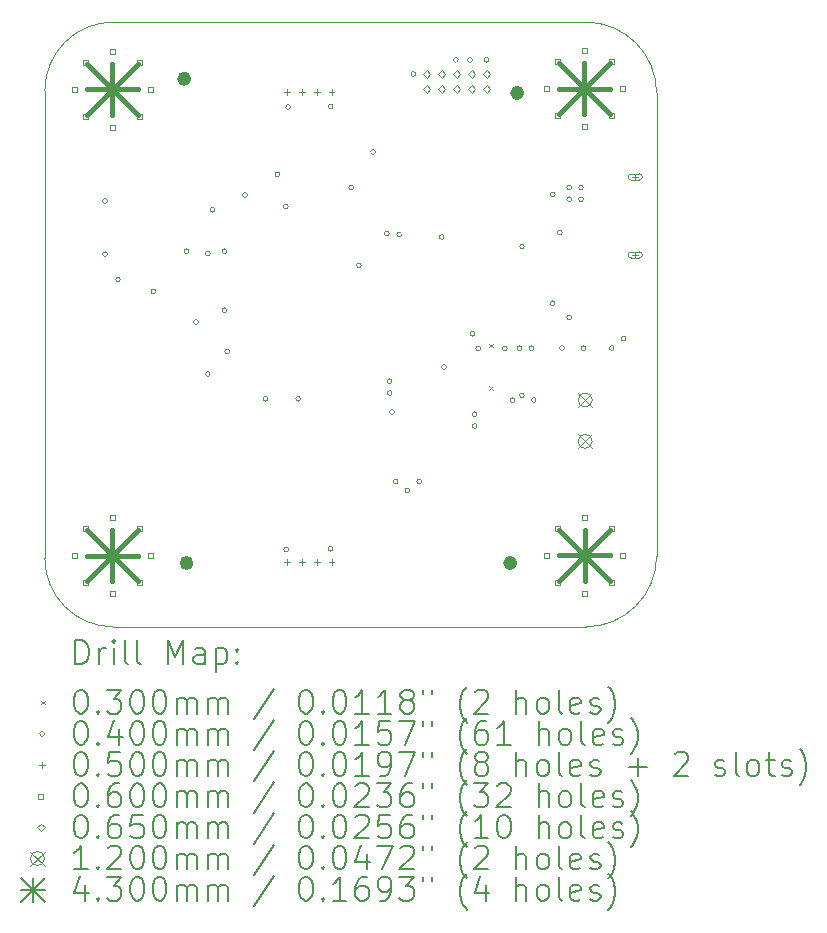
<source format=gbr>
%TF.GenerationSoftware,KiCad,Pcbnew,8.0.5-8.0.5-0~ubuntu24.04.1*%
%TF.CreationDate,2024-09-30T02:40:07+03:30*%
%TF.ProjectId,stm32buckusb,73746d33-3262-4756-936b-7573622e6b69,rev?*%
%TF.SameCoordinates,Original*%
%TF.FileFunction,Drillmap*%
%TF.FilePolarity,Positive*%
%FSLAX45Y45*%
G04 Gerber Fmt 4.5, Leading zero omitted, Abs format (unit mm)*
G04 Created by KiCad (PCBNEW 8.0.5-8.0.5-0~ubuntu24.04.1) date 2024-09-30 02:40:07*
%MOMM*%
%LPD*%
G01*
G04 APERTURE LIST*
%ADD10C,0.601000*%
%ADD11C,0.050000*%
%ADD12C,0.200000*%
%ADD13C,0.100000*%
%ADD14C,0.120000*%
%ADD15C,0.430000*%
G04 APERTURE END LIST*
D10*
X9210050Y-11840000D02*
G75*
G02*
X9149950Y-11840000I-30050J0D01*
G01*
X9149950Y-11840000D02*
G75*
G02*
X9210050Y-11840000I30050J0D01*
G01*
X11950050Y-11840000D02*
G75*
G02*
X11889950Y-11840000I-30050J0D01*
G01*
X11889950Y-11840000D02*
G75*
G02*
X11950050Y-11840000I30050J0D01*
G01*
X12010050Y-7860000D02*
G75*
G02*
X11949950Y-7860000I-30050J0D01*
G01*
X11949950Y-7860000D02*
G75*
G02*
X12010050Y-7860000I30050J0D01*
G01*
X9190050Y-7740000D02*
G75*
G02*
X9129950Y-7740000I-30050J0D01*
G01*
X9129950Y-7740000D02*
G75*
G02*
X9190050Y-7740000I30050J0D01*
G01*
D11*
X7980000Y-7840000D02*
X7980000Y-11800000D01*
X13160000Y-11780000D02*
X13160000Y-7860000D01*
X13160000Y-11780000D02*
G75*
G02*
X12560000Y-12380000I-600000J0D01*
G01*
X12560000Y-7260000D02*
X8560000Y-7260000D01*
X8560000Y-12380000D02*
X12560000Y-12380000D01*
X12560000Y-7260000D02*
G75*
G02*
X13160000Y-7860000I0J-600000D01*
G01*
X8560000Y-12380000D02*
G75*
G02*
X7980000Y-11800000I0J580000D01*
G01*
X7980000Y-7840000D02*
G75*
G02*
X8560000Y-7260000I580000J0D01*
G01*
D12*
D13*
X11745000Y-9985000D02*
X11775000Y-10015000D01*
X11775000Y-9985000D02*
X11745000Y-10015000D01*
X11745000Y-10345000D02*
X11775000Y-10375000D01*
X11775000Y-10345000D02*
X11745000Y-10375000D01*
X8510000Y-8775000D02*
G75*
G02*
X8470000Y-8775000I-20000J0D01*
G01*
X8470000Y-8775000D02*
G75*
G02*
X8510000Y-8775000I20000J0D01*
G01*
X8510000Y-9225000D02*
G75*
G02*
X8470000Y-9225000I-20000J0D01*
G01*
X8470000Y-9225000D02*
G75*
G02*
X8510000Y-9225000I20000J0D01*
G01*
X8620000Y-9440000D02*
G75*
G02*
X8580000Y-9440000I-20000J0D01*
G01*
X8580000Y-9440000D02*
G75*
G02*
X8620000Y-9440000I20000J0D01*
G01*
X8920000Y-9540000D02*
G75*
G02*
X8880000Y-9540000I-20000J0D01*
G01*
X8880000Y-9540000D02*
G75*
G02*
X8920000Y-9540000I20000J0D01*
G01*
X9200000Y-9200000D02*
G75*
G02*
X9160000Y-9200000I-20000J0D01*
G01*
X9160000Y-9200000D02*
G75*
G02*
X9200000Y-9200000I20000J0D01*
G01*
X9280000Y-9800000D02*
G75*
G02*
X9240000Y-9800000I-20000J0D01*
G01*
X9240000Y-9800000D02*
G75*
G02*
X9280000Y-9800000I20000J0D01*
G01*
X9380000Y-9220000D02*
G75*
G02*
X9340000Y-9220000I-20000J0D01*
G01*
X9340000Y-9220000D02*
G75*
G02*
X9380000Y-9220000I20000J0D01*
G01*
X9380000Y-10240000D02*
G75*
G02*
X9340000Y-10240000I-20000J0D01*
G01*
X9340000Y-10240000D02*
G75*
G02*
X9380000Y-10240000I20000J0D01*
G01*
X9420000Y-8850000D02*
G75*
G02*
X9380000Y-8850000I-20000J0D01*
G01*
X9380000Y-8850000D02*
G75*
G02*
X9420000Y-8850000I20000J0D01*
G01*
X9520000Y-9200000D02*
G75*
G02*
X9480000Y-9200000I-20000J0D01*
G01*
X9480000Y-9200000D02*
G75*
G02*
X9520000Y-9200000I20000J0D01*
G01*
X9520000Y-9700000D02*
G75*
G02*
X9480000Y-9700000I-20000J0D01*
G01*
X9480000Y-9700000D02*
G75*
G02*
X9520000Y-9700000I20000J0D01*
G01*
X9545000Y-10050000D02*
G75*
G02*
X9505000Y-10050000I-20000J0D01*
G01*
X9505000Y-10050000D02*
G75*
G02*
X9545000Y-10050000I20000J0D01*
G01*
X9695000Y-8725000D02*
G75*
G02*
X9655000Y-8725000I-20000J0D01*
G01*
X9655000Y-8725000D02*
G75*
G02*
X9695000Y-8725000I20000J0D01*
G01*
X9870000Y-10450000D02*
G75*
G02*
X9830000Y-10450000I-20000J0D01*
G01*
X9830000Y-10450000D02*
G75*
G02*
X9870000Y-10450000I20000J0D01*
G01*
X9970000Y-8550000D02*
G75*
G02*
X9930000Y-8550000I-20000J0D01*
G01*
X9930000Y-8550000D02*
G75*
G02*
X9970000Y-8550000I20000J0D01*
G01*
X10040000Y-8820000D02*
G75*
G02*
X10000000Y-8820000I-20000J0D01*
G01*
X10000000Y-8820000D02*
G75*
G02*
X10040000Y-8820000I20000J0D01*
G01*
X10045000Y-11725000D02*
G75*
G02*
X10005000Y-11725000I-20000J0D01*
G01*
X10005000Y-11725000D02*
G75*
G02*
X10045000Y-11725000I20000J0D01*
G01*
X10060000Y-7980000D02*
G75*
G02*
X10020000Y-7980000I-20000J0D01*
G01*
X10020000Y-7980000D02*
G75*
G02*
X10060000Y-7980000I20000J0D01*
G01*
X10145000Y-10450000D02*
G75*
G02*
X10105000Y-10450000I-20000J0D01*
G01*
X10105000Y-10450000D02*
G75*
G02*
X10145000Y-10450000I20000J0D01*
G01*
X10420000Y-7975000D02*
G75*
G02*
X10380000Y-7975000I-20000J0D01*
G01*
X10380000Y-7975000D02*
G75*
G02*
X10420000Y-7975000I20000J0D01*
G01*
X10420000Y-11720000D02*
G75*
G02*
X10380000Y-11720000I-20000J0D01*
G01*
X10380000Y-11720000D02*
G75*
G02*
X10420000Y-11720000I20000J0D01*
G01*
X10595000Y-8660000D02*
G75*
G02*
X10555000Y-8660000I-20000J0D01*
G01*
X10555000Y-8660000D02*
G75*
G02*
X10595000Y-8660000I20000J0D01*
G01*
X10660000Y-9320000D02*
G75*
G02*
X10620000Y-9320000I-20000J0D01*
G01*
X10620000Y-9320000D02*
G75*
G02*
X10660000Y-9320000I20000J0D01*
G01*
X10780000Y-8360000D02*
G75*
G02*
X10740000Y-8360000I-20000J0D01*
G01*
X10740000Y-8360000D02*
G75*
G02*
X10780000Y-8360000I20000J0D01*
G01*
X10895000Y-9050000D02*
G75*
G02*
X10855000Y-9050000I-20000J0D01*
G01*
X10855000Y-9050000D02*
G75*
G02*
X10895000Y-9050000I20000J0D01*
G01*
X10920000Y-10300000D02*
G75*
G02*
X10880000Y-10300000I-20000J0D01*
G01*
X10880000Y-10300000D02*
G75*
G02*
X10920000Y-10300000I20000J0D01*
G01*
X10920000Y-10400000D02*
G75*
G02*
X10880000Y-10400000I-20000J0D01*
G01*
X10880000Y-10400000D02*
G75*
G02*
X10920000Y-10400000I20000J0D01*
G01*
X10940000Y-10560000D02*
G75*
G02*
X10900000Y-10560000I-20000J0D01*
G01*
X10900000Y-10560000D02*
G75*
G02*
X10940000Y-10560000I20000J0D01*
G01*
X10970000Y-11150000D02*
G75*
G02*
X10930000Y-11150000I-20000J0D01*
G01*
X10930000Y-11150000D02*
G75*
G02*
X10970000Y-11150000I20000J0D01*
G01*
X11000000Y-9060000D02*
G75*
G02*
X10960000Y-9060000I-20000J0D01*
G01*
X10960000Y-9060000D02*
G75*
G02*
X11000000Y-9060000I20000J0D01*
G01*
X11070000Y-11225000D02*
G75*
G02*
X11030000Y-11225000I-20000J0D01*
G01*
X11030000Y-11225000D02*
G75*
G02*
X11070000Y-11225000I20000J0D01*
G01*
X11120000Y-7700000D02*
G75*
G02*
X11080000Y-7700000I-20000J0D01*
G01*
X11080000Y-7700000D02*
G75*
G02*
X11120000Y-7700000I20000J0D01*
G01*
X11170000Y-11150000D02*
G75*
G02*
X11130000Y-11150000I-20000J0D01*
G01*
X11130000Y-11150000D02*
G75*
G02*
X11170000Y-11150000I20000J0D01*
G01*
X11360000Y-9080000D02*
G75*
G02*
X11320000Y-9080000I-20000J0D01*
G01*
X11320000Y-9080000D02*
G75*
G02*
X11360000Y-9080000I20000J0D01*
G01*
X11380000Y-10180000D02*
G75*
G02*
X11340000Y-10180000I-20000J0D01*
G01*
X11340000Y-10180000D02*
G75*
G02*
X11380000Y-10180000I20000J0D01*
G01*
X11480000Y-7580000D02*
G75*
G02*
X11440000Y-7580000I-20000J0D01*
G01*
X11440000Y-7580000D02*
G75*
G02*
X11480000Y-7580000I20000J0D01*
G01*
X11600000Y-7580000D02*
G75*
G02*
X11560000Y-7580000I-20000J0D01*
G01*
X11560000Y-7580000D02*
G75*
G02*
X11600000Y-7580000I20000J0D01*
G01*
X11620000Y-9900000D02*
G75*
G02*
X11580000Y-9900000I-20000J0D01*
G01*
X11580000Y-9900000D02*
G75*
G02*
X11620000Y-9900000I20000J0D01*
G01*
X11640000Y-10580000D02*
G75*
G02*
X11600000Y-10580000I-20000J0D01*
G01*
X11600000Y-10580000D02*
G75*
G02*
X11640000Y-10580000I20000J0D01*
G01*
X11640000Y-10680000D02*
G75*
G02*
X11600000Y-10680000I-20000J0D01*
G01*
X11600000Y-10680000D02*
G75*
G02*
X11640000Y-10680000I20000J0D01*
G01*
X11670000Y-10025000D02*
G75*
G02*
X11630000Y-10025000I-20000J0D01*
G01*
X11630000Y-10025000D02*
G75*
G02*
X11670000Y-10025000I20000J0D01*
G01*
X11740000Y-7580000D02*
G75*
G02*
X11700000Y-7580000I-20000J0D01*
G01*
X11700000Y-7580000D02*
G75*
G02*
X11740000Y-7580000I20000J0D01*
G01*
X11895000Y-10025000D02*
G75*
G02*
X11855000Y-10025000I-20000J0D01*
G01*
X11855000Y-10025000D02*
G75*
G02*
X11895000Y-10025000I20000J0D01*
G01*
X11960000Y-10460000D02*
G75*
G02*
X11920000Y-10460000I-20000J0D01*
G01*
X11920000Y-10460000D02*
G75*
G02*
X11960000Y-10460000I20000J0D01*
G01*
X12020000Y-10020000D02*
G75*
G02*
X11980000Y-10020000I-20000J0D01*
G01*
X11980000Y-10020000D02*
G75*
G02*
X12020000Y-10020000I20000J0D01*
G01*
X12040000Y-9160000D02*
G75*
G02*
X12000000Y-9160000I-20000J0D01*
G01*
X12000000Y-9160000D02*
G75*
G02*
X12040000Y-9160000I20000J0D01*
G01*
X12040000Y-10420000D02*
G75*
G02*
X12000000Y-10420000I-20000J0D01*
G01*
X12000000Y-10420000D02*
G75*
G02*
X12040000Y-10420000I20000J0D01*
G01*
X12120000Y-10020000D02*
G75*
G02*
X12080000Y-10020000I-20000J0D01*
G01*
X12080000Y-10020000D02*
G75*
G02*
X12120000Y-10020000I20000J0D01*
G01*
X12140000Y-10460000D02*
G75*
G02*
X12100000Y-10460000I-20000J0D01*
G01*
X12100000Y-10460000D02*
G75*
G02*
X12140000Y-10460000I20000J0D01*
G01*
X12300000Y-8720000D02*
G75*
G02*
X12260000Y-8720000I-20000J0D01*
G01*
X12260000Y-8720000D02*
G75*
G02*
X12300000Y-8720000I20000J0D01*
G01*
X12300000Y-9640000D02*
G75*
G02*
X12260000Y-9640000I-20000J0D01*
G01*
X12260000Y-9640000D02*
G75*
G02*
X12300000Y-9640000I20000J0D01*
G01*
X12360000Y-9040000D02*
G75*
G02*
X12320000Y-9040000I-20000J0D01*
G01*
X12320000Y-9040000D02*
G75*
G02*
X12360000Y-9040000I20000J0D01*
G01*
X12380000Y-10020000D02*
G75*
G02*
X12340000Y-10020000I-20000J0D01*
G01*
X12340000Y-10020000D02*
G75*
G02*
X12380000Y-10020000I20000J0D01*
G01*
X12440000Y-8660000D02*
G75*
G02*
X12400000Y-8660000I-20000J0D01*
G01*
X12400000Y-8660000D02*
G75*
G02*
X12440000Y-8660000I20000J0D01*
G01*
X12440000Y-8760000D02*
G75*
G02*
X12400000Y-8760000I-20000J0D01*
G01*
X12400000Y-8760000D02*
G75*
G02*
X12440000Y-8760000I20000J0D01*
G01*
X12440000Y-9760000D02*
G75*
G02*
X12400000Y-9760000I-20000J0D01*
G01*
X12400000Y-9760000D02*
G75*
G02*
X12440000Y-9760000I20000J0D01*
G01*
X12540000Y-8660000D02*
G75*
G02*
X12500000Y-8660000I-20000J0D01*
G01*
X12500000Y-8660000D02*
G75*
G02*
X12540000Y-8660000I20000J0D01*
G01*
X12540000Y-8760000D02*
G75*
G02*
X12500000Y-8760000I-20000J0D01*
G01*
X12500000Y-8760000D02*
G75*
G02*
X12540000Y-8760000I20000J0D01*
G01*
X12560000Y-10020000D02*
G75*
G02*
X12520000Y-10020000I-20000J0D01*
G01*
X12520000Y-10020000D02*
G75*
G02*
X12560000Y-10020000I20000J0D01*
G01*
X12800000Y-10020000D02*
G75*
G02*
X12760000Y-10020000I-20000J0D01*
G01*
X12760000Y-10020000D02*
G75*
G02*
X12800000Y-10020000I20000J0D01*
G01*
X12900000Y-9940000D02*
G75*
G02*
X12860000Y-9940000I-20000J0D01*
G01*
X12860000Y-9940000D02*
G75*
G02*
X12900000Y-9940000I20000J0D01*
G01*
X10032500Y-7825000D02*
X10032500Y-7875000D01*
X10007500Y-7850000D02*
X10057500Y-7850000D01*
X10032500Y-11805000D02*
X10032500Y-11855000D01*
X10007500Y-11830000D02*
X10057500Y-11830000D01*
X10157500Y-7825000D02*
X10157500Y-7875000D01*
X10132500Y-7850000D02*
X10182500Y-7850000D01*
X10157500Y-11805000D02*
X10157500Y-11855000D01*
X10132500Y-11830000D02*
X10182500Y-11830000D01*
X10282500Y-7825000D02*
X10282500Y-7875000D01*
X10257500Y-7850000D02*
X10307500Y-7850000D01*
X10282500Y-11805000D02*
X10282500Y-11855000D01*
X10257500Y-11830000D02*
X10307500Y-11830000D01*
X10407500Y-7825000D02*
X10407500Y-7875000D01*
X10382500Y-7850000D02*
X10432500Y-7850000D01*
X10407500Y-11805000D02*
X10407500Y-11855000D01*
X10382500Y-11830000D02*
X10432500Y-11830000D01*
X12980000Y-8545000D02*
X12980000Y-8595000D01*
X12955000Y-8570000D02*
X13005000Y-8570000D01*
X13015000Y-8545000D02*
X12945000Y-8545000D01*
X12945000Y-8595000D02*
G75*
G02*
X12945000Y-8545000I0J25000D01*
G01*
X12945000Y-8595000D02*
X13015000Y-8595000D01*
X13015000Y-8595000D02*
G75*
G03*
X13015000Y-8545000I0J25000D01*
G01*
X12980000Y-9205000D02*
X12980000Y-9255000D01*
X12955000Y-9230000D02*
X13005000Y-9230000D01*
X13015000Y-9205000D02*
X12945000Y-9205000D01*
X12945000Y-9255000D02*
G75*
G02*
X12945000Y-9205000I0J25000D01*
G01*
X12945000Y-9255000D02*
X13015000Y-9255000D01*
X13015000Y-9255000D02*
G75*
G03*
X13015000Y-9205000I0J25000D01*
G01*
X8251755Y-7849255D02*
X8251755Y-7806828D01*
X8209328Y-7806828D01*
X8209328Y-7849255D01*
X8251755Y-7849255D01*
X8251755Y-11799255D02*
X8251755Y-11756828D01*
X8209328Y-11756828D01*
X8209328Y-11799255D01*
X8251755Y-11799255D01*
X8346213Y-7621213D02*
X8346213Y-7578787D01*
X8303787Y-7578787D01*
X8303787Y-7621213D01*
X8346213Y-7621213D01*
X8346213Y-8077297D02*
X8346213Y-8034870D01*
X8303787Y-8034870D01*
X8303787Y-8077297D01*
X8346213Y-8077297D01*
X8346213Y-11571213D02*
X8346213Y-11528787D01*
X8303787Y-11528787D01*
X8303787Y-11571213D01*
X8346213Y-11571213D01*
X8346213Y-12027297D02*
X8346213Y-11984870D01*
X8303787Y-11984870D01*
X8303787Y-12027297D01*
X8346213Y-12027297D01*
X8574255Y-7526755D02*
X8574255Y-7484328D01*
X8531829Y-7484328D01*
X8531829Y-7526755D01*
X8574255Y-7526755D01*
X8574255Y-8171755D02*
X8574255Y-8129328D01*
X8531829Y-8129328D01*
X8531829Y-8171755D01*
X8574255Y-8171755D01*
X8574255Y-11476755D02*
X8574255Y-11434328D01*
X8531829Y-11434328D01*
X8531829Y-11476755D01*
X8574255Y-11476755D01*
X8574255Y-12121755D02*
X8574255Y-12079328D01*
X8531829Y-12079328D01*
X8531829Y-12121755D01*
X8574255Y-12121755D01*
X8802297Y-7621213D02*
X8802297Y-7578787D01*
X8759870Y-7578787D01*
X8759870Y-7621213D01*
X8802297Y-7621213D01*
X8802297Y-8077297D02*
X8802297Y-8034870D01*
X8759870Y-8034870D01*
X8759870Y-8077297D01*
X8802297Y-8077297D01*
X8802297Y-11571213D02*
X8802297Y-11528787D01*
X8759870Y-11528787D01*
X8759870Y-11571213D01*
X8802297Y-11571213D01*
X8802297Y-12027297D02*
X8802297Y-11984870D01*
X8759870Y-11984870D01*
X8759870Y-12027297D01*
X8802297Y-12027297D01*
X8896755Y-7849255D02*
X8896755Y-7806828D01*
X8854329Y-7806828D01*
X8854329Y-7849255D01*
X8896755Y-7849255D01*
X8896755Y-11799255D02*
X8896755Y-11756828D01*
X8854329Y-11756828D01*
X8854329Y-11799255D01*
X8896755Y-11799255D01*
X12245671Y-7846213D02*
X12245671Y-7803787D01*
X12203245Y-7803787D01*
X12203245Y-7846213D01*
X12245671Y-7846213D01*
X12248713Y-11796213D02*
X12248713Y-11753787D01*
X12206287Y-11753787D01*
X12206287Y-11796213D01*
X12248713Y-11796213D01*
X12340130Y-7618171D02*
X12340130Y-7575745D01*
X12297703Y-7575745D01*
X12297703Y-7618171D01*
X12340130Y-7618171D01*
X12340130Y-8074255D02*
X12340130Y-8031828D01*
X12297703Y-8031828D01*
X12297703Y-8074255D01*
X12340130Y-8074255D01*
X12343171Y-11568171D02*
X12343171Y-11525745D01*
X12300745Y-11525745D01*
X12300745Y-11568171D01*
X12343171Y-11568171D01*
X12343171Y-12024255D02*
X12343171Y-11981828D01*
X12300745Y-11981828D01*
X12300745Y-12024255D01*
X12343171Y-12024255D01*
X12568171Y-7523713D02*
X12568171Y-7481287D01*
X12525745Y-7481287D01*
X12525745Y-7523713D01*
X12568171Y-7523713D01*
X12568171Y-8168713D02*
X12568171Y-8126287D01*
X12525745Y-8126287D01*
X12525745Y-8168713D01*
X12568171Y-8168713D01*
X12571213Y-11473713D02*
X12571213Y-11431287D01*
X12528787Y-11431287D01*
X12528787Y-11473713D01*
X12571213Y-11473713D01*
X12571213Y-12118713D02*
X12571213Y-12076287D01*
X12528787Y-12076287D01*
X12528787Y-12118713D01*
X12571213Y-12118713D01*
X12796213Y-7618171D02*
X12796213Y-7575745D01*
X12753787Y-7575745D01*
X12753787Y-7618171D01*
X12796213Y-7618171D01*
X12796213Y-8074255D02*
X12796213Y-8031828D01*
X12753787Y-8031828D01*
X12753787Y-8074255D01*
X12796213Y-8074255D01*
X12799255Y-11568171D02*
X12799255Y-11525745D01*
X12756828Y-11525745D01*
X12756828Y-11568171D01*
X12799255Y-11568171D01*
X12799255Y-12024255D02*
X12799255Y-11981828D01*
X12756828Y-11981828D01*
X12756828Y-12024255D01*
X12799255Y-12024255D01*
X12890671Y-7846213D02*
X12890671Y-7803787D01*
X12848245Y-7803787D01*
X12848245Y-7846213D01*
X12890671Y-7846213D01*
X12893713Y-11796213D02*
X12893713Y-11753787D01*
X12851287Y-11753787D01*
X12851287Y-11796213D01*
X12893713Y-11796213D01*
X11212000Y-7732500D02*
X11244500Y-7700000D01*
X11212000Y-7667500D01*
X11179500Y-7700000D01*
X11212000Y-7732500D01*
X11212000Y-7859500D02*
X11244500Y-7827000D01*
X11212000Y-7794500D01*
X11179500Y-7827000D01*
X11212000Y-7859500D01*
X11339000Y-7732500D02*
X11371500Y-7700000D01*
X11339000Y-7667500D01*
X11306500Y-7700000D01*
X11339000Y-7732500D01*
X11339000Y-7859500D02*
X11371500Y-7827000D01*
X11339000Y-7794500D01*
X11306500Y-7827000D01*
X11339000Y-7859500D01*
X11466000Y-7732500D02*
X11498500Y-7700000D01*
X11466000Y-7667500D01*
X11433500Y-7700000D01*
X11466000Y-7732500D01*
X11466000Y-7859500D02*
X11498500Y-7827000D01*
X11466000Y-7794500D01*
X11433500Y-7827000D01*
X11466000Y-7859500D01*
X11593000Y-7732500D02*
X11625500Y-7700000D01*
X11593000Y-7667500D01*
X11560500Y-7700000D01*
X11593000Y-7732500D01*
X11593000Y-7859500D02*
X11625500Y-7827000D01*
X11593000Y-7794500D01*
X11560500Y-7827000D01*
X11593000Y-7859500D01*
X11720000Y-7732500D02*
X11752500Y-7700000D01*
X11720000Y-7667500D01*
X11687500Y-7700000D01*
X11720000Y-7732500D01*
X11720000Y-7859500D02*
X11752500Y-7827000D01*
X11720000Y-7794500D01*
X11687500Y-7827000D01*
X11720000Y-7859500D01*
D14*
X12495000Y-10400000D02*
X12615000Y-10520000D01*
X12615000Y-10400000D02*
X12495000Y-10520000D01*
X12615000Y-10460000D02*
G75*
G02*
X12495000Y-10460000I-60000J0D01*
G01*
X12495000Y-10460000D02*
G75*
G02*
X12615000Y-10460000I60000J0D01*
G01*
X12495000Y-10750000D02*
X12615000Y-10870000D01*
X12615000Y-10750000D02*
X12495000Y-10870000D01*
X12615000Y-10810000D02*
G75*
G02*
X12495000Y-10810000I-60000J0D01*
G01*
X12495000Y-10810000D02*
G75*
G02*
X12615000Y-10810000I60000J0D01*
G01*
D15*
X8338042Y-7613042D02*
X8768042Y-8043042D01*
X8768042Y-7613042D02*
X8338042Y-8043042D01*
X8553042Y-7613042D02*
X8553042Y-8043042D01*
X8338042Y-7828042D02*
X8768042Y-7828042D01*
X8338042Y-11563042D02*
X8768042Y-11993042D01*
X8768042Y-11563042D02*
X8338042Y-11993042D01*
X8553042Y-11563042D02*
X8553042Y-11993042D01*
X8338042Y-11778042D02*
X8768042Y-11778042D01*
X12331958Y-7610000D02*
X12761958Y-8040000D01*
X12761958Y-7610000D02*
X12331958Y-8040000D01*
X12546958Y-7610000D02*
X12546958Y-8040000D01*
X12331958Y-7825000D02*
X12761958Y-7825000D01*
X12335000Y-11560000D02*
X12765000Y-11990000D01*
X12765000Y-11560000D02*
X12335000Y-11990000D01*
X12550000Y-11560000D02*
X12550000Y-11990000D01*
X12335000Y-11775000D02*
X12765000Y-11775000D01*
D12*
X8238277Y-12693984D02*
X8238277Y-12493984D01*
X8238277Y-12493984D02*
X8285896Y-12493984D01*
X8285896Y-12493984D02*
X8314467Y-12503508D01*
X8314467Y-12503508D02*
X8333515Y-12522555D01*
X8333515Y-12522555D02*
X8343039Y-12541603D01*
X8343039Y-12541603D02*
X8352562Y-12579698D01*
X8352562Y-12579698D02*
X8352562Y-12608269D01*
X8352562Y-12608269D02*
X8343039Y-12646365D01*
X8343039Y-12646365D02*
X8333515Y-12665412D01*
X8333515Y-12665412D02*
X8314467Y-12684460D01*
X8314467Y-12684460D02*
X8285896Y-12693984D01*
X8285896Y-12693984D02*
X8238277Y-12693984D01*
X8438277Y-12693984D02*
X8438277Y-12560650D01*
X8438277Y-12598746D02*
X8447801Y-12579698D01*
X8447801Y-12579698D02*
X8457324Y-12570174D01*
X8457324Y-12570174D02*
X8476372Y-12560650D01*
X8476372Y-12560650D02*
X8495420Y-12560650D01*
X8562086Y-12693984D02*
X8562086Y-12560650D01*
X8562086Y-12493984D02*
X8552563Y-12503508D01*
X8552563Y-12503508D02*
X8562086Y-12513031D01*
X8562086Y-12513031D02*
X8571610Y-12503508D01*
X8571610Y-12503508D02*
X8562086Y-12493984D01*
X8562086Y-12493984D02*
X8562086Y-12513031D01*
X8685896Y-12693984D02*
X8666848Y-12684460D01*
X8666848Y-12684460D02*
X8657324Y-12665412D01*
X8657324Y-12665412D02*
X8657324Y-12493984D01*
X8790658Y-12693984D02*
X8771610Y-12684460D01*
X8771610Y-12684460D02*
X8762086Y-12665412D01*
X8762086Y-12665412D02*
X8762086Y-12493984D01*
X9019229Y-12693984D02*
X9019229Y-12493984D01*
X9019229Y-12493984D02*
X9085896Y-12636841D01*
X9085896Y-12636841D02*
X9152563Y-12493984D01*
X9152563Y-12493984D02*
X9152563Y-12693984D01*
X9333515Y-12693984D02*
X9333515Y-12589222D01*
X9333515Y-12589222D02*
X9323991Y-12570174D01*
X9323991Y-12570174D02*
X9304944Y-12560650D01*
X9304944Y-12560650D02*
X9266848Y-12560650D01*
X9266848Y-12560650D02*
X9247801Y-12570174D01*
X9333515Y-12684460D02*
X9314467Y-12693984D01*
X9314467Y-12693984D02*
X9266848Y-12693984D01*
X9266848Y-12693984D02*
X9247801Y-12684460D01*
X9247801Y-12684460D02*
X9238277Y-12665412D01*
X9238277Y-12665412D02*
X9238277Y-12646365D01*
X9238277Y-12646365D02*
X9247801Y-12627317D01*
X9247801Y-12627317D02*
X9266848Y-12617793D01*
X9266848Y-12617793D02*
X9314467Y-12617793D01*
X9314467Y-12617793D02*
X9333515Y-12608269D01*
X9428753Y-12560650D02*
X9428753Y-12760650D01*
X9428753Y-12570174D02*
X9447801Y-12560650D01*
X9447801Y-12560650D02*
X9485896Y-12560650D01*
X9485896Y-12560650D02*
X9504944Y-12570174D01*
X9504944Y-12570174D02*
X9514467Y-12579698D01*
X9514467Y-12579698D02*
X9523991Y-12598746D01*
X9523991Y-12598746D02*
X9523991Y-12655888D01*
X9523991Y-12655888D02*
X9514467Y-12674936D01*
X9514467Y-12674936D02*
X9504944Y-12684460D01*
X9504944Y-12684460D02*
X9485896Y-12693984D01*
X9485896Y-12693984D02*
X9447801Y-12693984D01*
X9447801Y-12693984D02*
X9428753Y-12684460D01*
X9609705Y-12674936D02*
X9619229Y-12684460D01*
X9619229Y-12684460D02*
X9609705Y-12693984D01*
X9609705Y-12693984D02*
X9600182Y-12684460D01*
X9600182Y-12684460D02*
X9609705Y-12674936D01*
X9609705Y-12674936D02*
X9609705Y-12693984D01*
X9609705Y-12570174D02*
X9619229Y-12579698D01*
X9619229Y-12579698D02*
X9609705Y-12589222D01*
X9609705Y-12589222D02*
X9600182Y-12579698D01*
X9600182Y-12579698D02*
X9609705Y-12570174D01*
X9609705Y-12570174D02*
X9609705Y-12589222D01*
D13*
X7947500Y-13007500D02*
X7977500Y-13037500D01*
X7977500Y-13007500D02*
X7947500Y-13037500D01*
D12*
X8276372Y-12913984D02*
X8295420Y-12913984D01*
X8295420Y-12913984D02*
X8314467Y-12923508D01*
X8314467Y-12923508D02*
X8323991Y-12933031D01*
X8323991Y-12933031D02*
X8333515Y-12952079D01*
X8333515Y-12952079D02*
X8343039Y-12990174D01*
X8343039Y-12990174D02*
X8343039Y-13037793D01*
X8343039Y-13037793D02*
X8333515Y-13075888D01*
X8333515Y-13075888D02*
X8323991Y-13094936D01*
X8323991Y-13094936D02*
X8314467Y-13104460D01*
X8314467Y-13104460D02*
X8295420Y-13113984D01*
X8295420Y-13113984D02*
X8276372Y-13113984D01*
X8276372Y-13113984D02*
X8257324Y-13104460D01*
X8257324Y-13104460D02*
X8247801Y-13094936D01*
X8247801Y-13094936D02*
X8238277Y-13075888D01*
X8238277Y-13075888D02*
X8228753Y-13037793D01*
X8228753Y-13037793D02*
X8228753Y-12990174D01*
X8228753Y-12990174D02*
X8238277Y-12952079D01*
X8238277Y-12952079D02*
X8247801Y-12933031D01*
X8247801Y-12933031D02*
X8257324Y-12923508D01*
X8257324Y-12923508D02*
X8276372Y-12913984D01*
X8428753Y-13094936D02*
X8438277Y-13104460D01*
X8438277Y-13104460D02*
X8428753Y-13113984D01*
X8428753Y-13113984D02*
X8419229Y-13104460D01*
X8419229Y-13104460D02*
X8428753Y-13094936D01*
X8428753Y-13094936D02*
X8428753Y-13113984D01*
X8504944Y-12913984D02*
X8628753Y-12913984D01*
X8628753Y-12913984D02*
X8562086Y-12990174D01*
X8562086Y-12990174D02*
X8590658Y-12990174D01*
X8590658Y-12990174D02*
X8609705Y-12999698D01*
X8609705Y-12999698D02*
X8619229Y-13009222D01*
X8619229Y-13009222D02*
X8628753Y-13028269D01*
X8628753Y-13028269D02*
X8628753Y-13075888D01*
X8628753Y-13075888D02*
X8619229Y-13094936D01*
X8619229Y-13094936D02*
X8609705Y-13104460D01*
X8609705Y-13104460D02*
X8590658Y-13113984D01*
X8590658Y-13113984D02*
X8533515Y-13113984D01*
X8533515Y-13113984D02*
X8514467Y-13104460D01*
X8514467Y-13104460D02*
X8504944Y-13094936D01*
X8752563Y-12913984D02*
X8771610Y-12913984D01*
X8771610Y-12913984D02*
X8790658Y-12923508D01*
X8790658Y-12923508D02*
X8800182Y-12933031D01*
X8800182Y-12933031D02*
X8809705Y-12952079D01*
X8809705Y-12952079D02*
X8819229Y-12990174D01*
X8819229Y-12990174D02*
X8819229Y-13037793D01*
X8819229Y-13037793D02*
X8809705Y-13075888D01*
X8809705Y-13075888D02*
X8800182Y-13094936D01*
X8800182Y-13094936D02*
X8790658Y-13104460D01*
X8790658Y-13104460D02*
X8771610Y-13113984D01*
X8771610Y-13113984D02*
X8752563Y-13113984D01*
X8752563Y-13113984D02*
X8733515Y-13104460D01*
X8733515Y-13104460D02*
X8723991Y-13094936D01*
X8723991Y-13094936D02*
X8714467Y-13075888D01*
X8714467Y-13075888D02*
X8704944Y-13037793D01*
X8704944Y-13037793D02*
X8704944Y-12990174D01*
X8704944Y-12990174D02*
X8714467Y-12952079D01*
X8714467Y-12952079D02*
X8723991Y-12933031D01*
X8723991Y-12933031D02*
X8733515Y-12923508D01*
X8733515Y-12923508D02*
X8752563Y-12913984D01*
X8943039Y-12913984D02*
X8962086Y-12913984D01*
X8962086Y-12913984D02*
X8981134Y-12923508D01*
X8981134Y-12923508D02*
X8990658Y-12933031D01*
X8990658Y-12933031D02*
X9000182Y-12952079D01*
X9000182Y-12952079D02*
X9009705Y-12990174D01*
X9009705Y-12990174D02*
X9009705Y-13037793D01*
X9009705Y-13037793D02*
X9000182Y-13075888D01*
X9000182Y-13075888D02*
X8990658Y-13094936D01*
X8990658Y-13094936D02*
X8981134Y-13104460D01*
X8981134Y-13104460D02*
X8962086Y-13113984D01*
X8962086Y-13113984D02*
X8943039Y-13113984D01*
X8943039Y-13113984D02*
X8923991Y-13104460D01*
X8923991Y-13104460D02*
X8914467Y-13094936D01*
X8914467Y-13094936D02*
X8904944Y-13075888D01*
X8904944Y-13075888D02*
X8895420Y-13037793D01*
X8895420Y-13037793D02*
X8895420Y-12990174D01*
X8895420Y-12990174D02*
X8904944Y-12952079D01*
X8904944Y-12952079D02*
X8914467Y-12933031D01*
X8914467Y-12933031D02*
X8923991Y-12923508D01*
X8923991Y-12923508D02*
X8943039Y-12913984D01*
X9095420Y-13113984D02*
X9095420Y-12980650D01*
X9095420Y-12999698D02*
X9104944Y-12990174D01*
X9104944Y-12990174D02*
X9123991Y-12980650D01*
X9123991Y-12980650D02*
X9152563Y-12980650D01*
X9152563Y-12980650D02*
X9171610Y-12990174D01*
X9171610Y-12990174D02*
X9181134Y-13009222D01*
X9181134Y-13009222D02*
X9181134Y-13113984D01*
X9181134Y-13009222D02*
X9190658Y-12990174D01*
X9190658Y-12990174D02*
X9209705Y-12980650D01*
X9209705Y-12980650D02*
X9238277Y-12980650D01*
X9238277Y-12980650D02*
X9257325Y-12990174D01*
X9257325Y-12990174D02*
X9266848Y-13009222D01*
X9266848Y-13009222D02*
X9266848Y-13113984D01*
X9362086Y-13113984D02*
X9362086Y-12980650D01*
X9362086Y-12999698D02*
X9371610Y-12990174D01*
X9371610Y-12990174D02*
X9390658Y-12980650D01*
X9390658Y-12980650D02*
X9419229Y-12980650D01*
X9419229Y-12980650D02*
X9438277Y-12990174D01*
X9438277Y-12990174D02*
X9447801Y-13009222D01*
X9447801Y-13009222D02*
X9447801Y-13113984D01*
X9447801Y-13009222D02*
X9457325Y-12990174D01*
X9457325Y-12990174D02*
X9476372Y-12980650D01*
X9476372Y-12980650D02*
X9504944Y-12980650D01*
X9504944Y-12980650D02*
X9523991Y-12990174D01*
X9523991Y-12990174D02*
X9533515Y-13009222D01*
X9533515Y-13009222D02*
X9533515Y-13113984D01*
X9923991Y-12904460D02*
X9752563Y-13161603D01*
X10181134Y-12913984D02*
X10200182Y-12913984D01*
X10200182Y-12913984D02*
X10219229Y-12923508D01*
X10219229Y-12923508D02*
X10228753Y-12933031D01*
X10228753Y-12933031D02*
X10238277Y-12952079D01*
X10238277Y-12952079D02*
X10247801Y-12990174D01*
X10247801Y-12990174D02*
X10247801Y-13037793D01*
X10247801Y-13037793D02*
X10238277Y-13075888D01*
X10238277Y-13075888D02*
X10228753Y-13094936D01*
X10228753Y-13094936D02*
X10219229Y-13104460D01*
X10219229Y-13104460D02*
X10200182Y-13113984D01*
X10200182Y-13113984D02*
X10181134Y-13113984D01*
X10181134Y-13113984D02*
X10162087Y-13104460D01*
X10162087Y-13104460D02*
X10152563Y-13094936D01*
X10152563Y-13094936D02*
X10143039Y-13075888D01*
X10143039Y-13075888D02*
X10133515Y-13037793D01*
X10133515Y-13037793D02*
X10133515Y-12990174D01*
X10133515Y-12990174D02*
X10143039Y-12952079D01*
X10143039Y-12952079D02*
X10152563Y-12933031D01*
X10152563Y-12933031D02*
X10162087Y-12923508D01*
X10162087Y-12923508D02*
X10181134Y-12913984D01*
X10333515Y-13094936D02*
X10343039Y-13104460D01*
X10343039Y-13104460D02*
X10333515Y-13113984D01*
X10333515Y-13113984D02*
X10323991Y-13104460D01*
X10323991Y-13104460D02*
X10333515Y-13094936D01*
X10333515Y-13094936D02*
X10333515Y-13113984D01*
X10466848Y-12913984D02*
X10485896Y-12913984D01*
X10485896Y-12913984D02*
X10504944Y-12923508D01*
X10504944Y-12923508D02*
X10514468Y-12933031D01*
X10514468Y-12933031D02*
X10523991Y-12952079D01*
X10523991Y-12952079D02*
X10533515Y-12990174D01*
X10533515Y-12990174D02*
X10533515Y-13037793D01*
X10533515Y-13037793D02*
X10523991Y-13075888D01*
X10523991Y-13075888D02*
X10514468Y-13094936D01*
X10514468Y-13094936D02*
X10504944Y-13104460D01*
X10504944Y-13104460D02*
X10485896Y-13113984D01*
X10485896Y-13113984D02*
X10466848Y-13113984D01*
X10466848Y-13113984D02*
X10447801Y-13104460D01*
X10447801Y-13104460D02*
X10438277Y-13094936D01*
X10438277Y-13094936D02*
X10428753Y-13075888D01*
X10428753Y-13075888D02*
X10419229Y-13037793D01*
X10419229Y-13037793D02*
X10419229Y-12990174D01*
X10419229Y-12990174D02*
X10428753Y-12952079D01*
X10428753Y-12952079D02*
X10438277Y-12933031D01*
X10438277Y-12933031D02*
X10447801Y-12923508D01*
X10447801Y-12923508D02*
X10466848Y-12913984D01*
X10723991Y-13113984D02*
X10609706Y-13113984D01*
X10666848Y-13113984D02*
X10666848Y-12913984D01*
X10666848Y-12913984D02*
X10647801Y-12942555D01*
X10647801Y-12942555D02*
X10628753Y-12961603D01*
X10628753Y-12961603D02*
X10609706Y-12971127D01*
X10914468Y-13113984D02*
X10800182Y-13113984D01*
X10857325Y-13113984D02*
X10857325Y-12913984D01*
X10857325Y-12913984D02*
X10838277Y-12942555D01*
X10838277Y-12942555D02*
X10819229Y-12961603D01*
X10819229Y-12961603D02*
X10800182Y-12971127D01*
X11028753Y-12999698D02*
X11009706Y-12990174D01*
X11009706Y-12990174D02*
X11000182Y-12980650D01*
X11000182Y-12980650D02*
X10990658Y-12961603D01*
X10990658Y-12961603D02*
X10990658Y-12952079D01*
X10990658Y-12952079D02*
X11000182Y-12933031D01*
X11000182Y-12933031D02*
X11009706Y-12923508D01*
X11009706Y-12923508D02*
X11028753Y-12913984D01*
X11028753Y-12913984D02*
X11066849Y-12913984D01*
X11066849Y-12913984D02*
X11085896Y-12923508D01*
X11085896Y-12923508D02*
X11095420Y-12933031D01*
X11095420Y-12933031D02*
X11104944Y-12952079D01*
X11104944Y-12952079D02*
X11104944Y-12961603D01*
X11104944Y-12961603D02*
X11095420Y-12980650D01*
X11095420Y-12980650D02*
X11085896Y-12990174D01*
X11085896Y-12990174D02*
X11066849Y-12999698D01*
X11066849Y-12999698D02*
X11028753Y-12999698D01*
X11028753Y-12999698D02*
X11009706Y-13009222D01*
X11009706Y-13009222D02*
X11000182Y-13018746D01*
X11000182Y-13018746D02*
X10990658Y-13037793D01*
X10990658Y-13037793D02*
X10990658Y-13075888D01*
X10990658Y-13075888D02*
X11000182Y-13094936D01*
X11000182Y-13094936D02*
X11009706Y-13104460D01*
X11009706Y-13104460D02*
X11028753Y-13113984D01*
X11028753Y-13113984D02*
X11066849Y-13113984D01*
X11066849Y-13113984D02*
X11085896Y-13104460D01*
X11085896Y-13104460D02*
X11095420Y-13094936D01*
X11095420Y-13094936D02*
X11104944Y-13075888D01*
X11104944Y-13075888D02*
X11104944Y-13037793D01*
X11104944Y-13037793D02*
X11095420Y-13018746D01*
X11095420Y-13018746D02*
X11085896Y-13009222D01*
X11085896Y-13009222D02*
X11066849Y-12999698D01*
X11181134Y-12913984D02*
X11181134Y-12952079D01*
X11257325Y-12913984D02*
X11257325Y-12952079D01*
X11552563Y-13190174D02*
X11543039Y-13180650D01*
X11543039Y-13180650D02*
X11523991Y-13152079D01*
X11523991Y-13152079D02*
X11514468Y-13133031D01*
X11514468Y-13133031D02*
X11504944Y-13104460D01*
X11504944Y-13104460D02*
X11495420Y-13056841D01*
X11495420Y-13056841D02*
X11495420Y-13018746D01*
X11495420Y-13018746D02*
X11504944Y-12971127D01*
X11504944Y-12971127D02*
X11514468Y-12942555D01*
X11514468Y-12942555D02*
X11523991Y-12923508D01*
X11523991Y-12923508D02*
X11543039Y-12894936D01*
X11543039Y-12894936D02*
X11552563Y-12885412D01*
X11619229Y-12933031D02*
X11628753Y-12923508D01*
X11628753Y-12923508D02*
X11647801Y-12913984D01*
X11647801Y-12913984D02*
X11695420Y-12913984D01*
X11695420Y-12913984D02*
X11714468Y-12923508D01*
X11714468Y-12923508D02*
X11723991Y-12933031D01*
X11723991Y-12933031D02*
X11733515Y-12952079D01*
X11733515Y-12952079D02*
X11733515Y-12971127D01*
X11733515Y-12971127D02*
X11723991Y-12999698D01*
X11723991Y-12999698D02*
X11609706Y-13113984D01*
X11609706Y-13113984D02*
X11733515Y-13113984D01*
X11971610Y-13113984D02*
X11971610Y-12913984D01*
X12057325Y-13113984D02*
X12057325Y-13009222D01*
X12057325Y-13009222D02*
X12047801Y-12990174D01*
X12047801Y-12990174D02*
X12028753Y-12980650D01*
X12028753Y-12980650D02*
X12000182Y-12980650D01*
X12000182Y-12980650D02*
X11981134Y-12990174D01*
X11981134Y-12990174D02*
X11971610Y-12999698D01*
X12181134Y-13113984D02*
X12162087Y-13104460D01*
X12162087Y-13104460D02*
X12152563Y-13094936D01*
X12152563Y-13094936D02*
X12143039Y-13075888D01*
X12143039Y-13075888D02*
X12143039Y-13018746D01*
X12143039Y-13018746D02*
X12152563Y-12999698D01*
X12152563Y-12999698D02*
X12162087Y-12990174D01*
X12162087Y-12990174D02*
X12181134Y-12980650D01*
X12181134Y-12980650D02*
X12209706Y-12980650D01*
X12209706Y-12980650D02*
X12228753Y-12990174D01*
X12228753Y-12990174D02*
X12238277Y-12999698D01*
X12238277Y-12999698D02*
X12247801Y-13018746D01*
X12247801Y-13018746D02*
X12247801Y-13075888D01*
X12247801Y-13075888D02*
X12238277Y-13094936D01*
X12238277Y-13094936D02*
X12228753Y-13104460D01*
X12228753Y-13104460D02*
X12209706Y-13113984D01*
X12209706Y-13113984D02*
X12181134Y-13113984D01*
X12362087Y-13113984D02*
X12343039Y-13104460D01*
X12343039Y-13104460D02*
X12333515Y-13085412D01*
X12333515Y-13085412D02*
X12333515Y-12913984D01*
X12514468Y-13104460D02*
X12495420Y-13113984D01*
X12495420Y-13113984D02*
X12457325Y-13113984D01*
X12457325Y-13113984D02*
X12438277Y-13104460D01*
X12438277Y-13104460D02*
X12428753Y-13085412D01*
X12428753Y-13085412D02*
X12428753Y-13009222D01*
X12428753Y-13009222D02*
X12438277Y-12990174D01*
X12438277Y-12990174D02*
X12457325Y-12980650D01*
X12457325Y-12980650D02*
X12495420Y-12980650D01*
X12495420Y-12980650D02*
X12514468Y-12990174D01*
X12514468Y-12990174D02*
X12523991Y-13009222D01*
X12523991Y-13009222D02*
X12523991Y-13028269D01*
X12523991Y-13028269D02*
X12428753Y-13047317D01*
X12600182Y-13104460D02*
X12619230Y-13113984D01*
X12619230Y-13113984D02*
X12657325Y-13113984D01*
X12657325Y-13113984D02*
X12676372Y-13104460D01*
X12676372Y-13104460D02*
X12685896Y-13085412D01*
X12685896Y-13085412D02*
X12685896Y-13075888D01*
X12685896Y-13075888D02*
X12676372Y-13056841D01*
X12676372Y-13056841D02*
X12657325Y-13047317D01*
X12657325Y-13047317D02*
X12628753Y-13047317D01*
X12628753Y-13047317D02*
X12609706Y-13037793D01*
X12609706Y-13037793D02*
X12600182Y-13018746D01*
X12600182Y-13018746D02*
X12600182Y-13009222D01*
X12600182Y-13009222D02*
X12609706Y-12990174D01*
X12609706Y-12990174D02*
X12628753Y-12980650D01*
X12628753Y-12980650D02*
X12657325Y-12980650D01*
X12657325Y-12980650D02*
X12676372Y-12990174D01*
X12752563Y-13190174D02*
X12762087Y-13180650D01*
X12762087Y-13180650D02*
X12781134Y-13152079D01*
X12781134Y-13152079D02*
X12790658Y-13133031D01*
X12790658Y-13133031D02*
X12800182Y-13104460D01*
X12800182Y-13104460D02*
X12809706Y-13056841D01*
X12809706Y-13056841D02*
X12809706Y-13018746D01*
X12809706Y-13018746D02*
X12800182Y-12971127D01*
X12800182Y-12971127D02*
X12790658Y-12942555D01*
X12790658Y-12942555D02*
X12781134Y-12923508D01*
X12781134Y-12923508D02*
X12762087Y-12894936D01*
X12762087Y-12894936D02*
X12752563Y-12885412D01*
D13*
X7977500Y-13286500D02*
G75*
G02*
X7937500Y-13286500I-20000J0D01*
G01*
X7937500Y-13286500D02*
G75*
G02*
X7977500Y-13286500I20000J0D01*
G01*
D12*
X8276372Y-13177984D02*
X8295420Y-13177984D01*
X8295420Y-13177984D02*
X8314467Y-13187508D01*
X8314467Y-13187508D02*
X8323991Y-13197031D01*
X8323991Y-13197031D02*
X8333515Y-13216079D01*
X8333515Y-13216079D02*
X8343039Y-13254174D01*
X8343039Y-13254174D02*
X8343039Y-13301793D01*
X8343039Y-13301793D02*
X8333515Y-13339888D01*
X8333515Y-13339888D02*
X8323991Y-13358936D01*
X8323991Y-13358936D02*
X8314467Y-13368460D01*
X8314467Y-13368460D02*
X8295420Y-13377984D01*
X8295420Y-13377984D02*
X8276372Y-13377984D01*
X8276372Y-13377984D02*
X8257324Y-13368460D01*
X8257324Y-13368460D02*
X8247801Y-13358936D01*
X8247801Y-13358936D02*
X8238277Y-13339888D01*
X8238277Y-13339888D02*
X8228753Y-13301793D01*
X8228753Y-13301793D02*
X8228753Y-13254174D01*
X8228753Y-13254174D02*
X8238277Y-13216079D01*
X8238277Y-13216079D02*
X8247801Y-13197031D01*
X8247801Y-13197031D02*
X8257324Y-13187508D01*
X8257324Y-13187508D02*
X8276372Y-13177984D01*
X8428753Y-13358936D02*
X8438277Y-13368460D01*
X8438277Y-13368460D02*
X8428753Y-13377984D01*
X8428753Y-13377984D02*
X8419229Y-13368460D01*
X8419229Y-13368460D02*
X8428753Y-13358936D01*
X8428753Y-13358936D02*
X8428753Y-13377984D01*
X8609705Y-13244650D02*
X8609705Y-13377984D01*
X8562086Y-13168460D02*
X8514467Y-13311317D01*
X8514467Y-13311317D02*
X8638277Y-13311317D01*
X8752563Y-13177984D02*
X8771610Y-13177984D01*
X8771610Y-13177984D02*
X8790658Y-13187508D01*
X8790658Y-13187508D02*
X8800182Y-13197031D01*
X8800182Y-13197031D02*
X8809705Y-13216079D01*
X8809705Y-13216079D02*
X8819229Y-13254174D01*
X8819229Y-13254174D02*
X8819229Y-13301793D01*
X8819229Y-13301793D02*
X8809705Y-13339888D01*
X8809705Y-13339888D02*
X8800182Y-13358936D01*
X8800182Y-13358936D02*
X8790658Y-13368460D01*
X8790658Y-13368460D02*
X8771610Y-13377984D01*
X8771610Y-13377984D02*
X8752563Y-13377984D01*
X8752563Y-13377984D02*
X8733515Y-13368460D01*
X8733515Y-13368460D02*
X8723991Y-13358936D01*
X8723991Y-13358936D02*
X8714467Y-13339888D01*
X8714467Y-13339888D02*
X8704944Y-13301793D01*
X8704944Y-13301793D02*
X8704944Y-13254174D01*
X8704944Y-13254174D02*
X8714467Y-13216079D01*
X8714467Y-13216079D02*
X8723991Y-13197031D01*
X8723991Y-13197031D02*
X8733515Y-13187508D01*
X8733515Y-13187508D02*
X8752563Y-13177984D01*
X8943039Y-13177984D02*
X8962086Y-13177984D01*
X8962086Y-13177984D02*
X8981134Y-13187508D01*
X8981134Y-13187508D02*
X8990658Y-13197031D01*
X8990658Y-13197031D02*
X9000182Y-13216079D01*
X9000182Y-13216079D02*
X9009705Y-13254174D01*
X9009705Y-13254174D02*
X9009705Y-13301793D01*
X9009705Y-13301793D02*
X9000182Y-13339888D01*
X9000182Y-13339888D02*
X8990658Y-13358936D01*
X8990658Y-13358936D02*
X8981134Y-13368460D01*
X8981134Y-13368460D02*
X8962086Y-13377984D01*
X8962086Y-13377984D02*
X8943039Y-13377984D01*
X8943039Y-13377984D02*
X8923991Y-13368460D01*
X8923991Y-13368460D02*
X8914467Y-13358936D01*
X8914467Y-13358936D02*
X8904944Y-13339888D01*
X8904944Y-13339888D02*
X8895420Y-13301793D01*
X8895420Y-13301793D02*
X8895420Y-13254174D01*
X8895420Y-13254174D02*
X8904944Y-13216079D01*
X8904944Y-13216079D02*
X8914467Y-13197031D01*
X8914467Y-13197031D02*
X8923991Y-13187508D01*
X8923991Y-13187508D02*
X8943039Y-13177984D01*
X9095420Y-13377984D02*
X9095420Y-13244650D01*
X9095420Y-13263698D02*
X9104944Y-13254174D01*
X9104944Y-13254174D02*
X9123991Y-13244650D01*
X9123991Y-13244650D02*
X9152563Y-13244650D01*
X9152563Y-13244650D02*
X9171610Y-13254174D01*
X9171610Y-13254174D02*
X9181134Y-13273222D01*
X9181134Y-13273222D02*
X9181134Y-13377984D01*
X9181134Y-13273222D02*
X9190658Y-13254174D01*
X9190658Y-13254174D02*
X9209705Y-13244650D01*
X9209705Y-13244650D02*
X9238277Y-13244650D01*
X9238277Y-13244650D02*
X9257325Y-13254174D01*
X9257325Y-13254174D02*
X9266848Y-13273222D01*
X9266848Y-13273222D02*
X9266848Y-13377984D01*
X9362086Y-13377984D02*
X9362086Y-13244650D01*
X9362086Y-13263698D02*
X9371610Y-13254174D01*
X9371610Y-13254174D02*
X9390658Y-13244650D01*
X9390658Y-13244650D02*
X9419229Y-13244650D01*
X9419229Y-13244650D02*
X9438277Y-13254174D01*
X9438277Y-13254174D02*
X9447801Y-13273222D01*
X9447801Y-13273222D02*
X9447801Y-13377984D01*
X9447801Y-13273222D02*
X9457325Y-13254174D01*
X9457325Y-13254174D02*
X9476372Y-13244650D01*
X9476372Y-13244650D02*
X9504944Y-13244650D01*
X9504944Y-13244650D02*
X9523991Y-13254174D01*
X9523991Y-13254174D02*
X9533515Y-13273222D01*
X9533515Y-13273222D02*
X9533515Y-13377984D01*
X9923991Y-13168460D02*
X9752563Y-13425603D01*
X10181134Y-13177984D02*
X10200182Y-13177984D01*
X10200182Y-13177984D02*
X10219229Y-13187508D01*
X10219229Y-13187508D02*
X10228753Y-13197031D01*
X10228753Y-13197031D02*
X10238277Y-13216079D01*
X10238277Y-13216079D02*
X10247801Y-13254174D01*
X10247801Y-13254174D02*
X10247801Y-13301793D01*
X10247801Y-13301793D02*
X10238277Y-13339888D01*
X10238277Y-13339888D02*
X10228753Y-13358936D01*
X10228753Y-13358936D02*
X10219229Y-13368460D01*
X10219229Y-13368460D02*
X10200182Y-13377984D01*
X10200182Y-13377984D02*
X10181134Y-13377984D01*
X10181134Y-13377984D02*
X10162087Y-13368460D01*
X10162087Y-13368460D02*
X10152563Y-13358936D01*
X10152563Y-13358936D02*
X10143039Y-13339888D01*
X10143039Y-13339888D02*
X10133515Y-13301793D01*
X10133515Y-13301793D02*
X10133515Y-13254174D01*
X10133515Y-13254174D02*
X10143039Y-13216079D01*
X10143039Y-13216079D02*
X10152563Y-13197031D01*
X10152563Y-13197031D02*
X10162087Y-13187508D01*
X10162087Y-13187508D02*
X10181134Y-13177984D01*
X10333515Y-13358936D02*
X10343039Y-13368460D01*
X10343039Y-13368460D02*
X10333515Y-13377984D01*
X10333515Y-13377984D02*
X10323991Y-13368460D01*
X10323991Y-13368460D02*
X10333515Y-13358936D01*
X10333515Y-13358936D02*
X10333515Y-13377984D01*
X10466848Y-13177984D02*
X10485896Y-13177984D01*
X10485896Y-13177984D02*
X10504944Y-13187508D01*
X10504944Y-13187508D02*
X10514468Y-13197031D01*
X10514468Y-13197031D02*
X10523991Y-13216079D01*
X10523991Y-13216079D02*
X10533515Y-13254174D01*
X10533515Y-13254174D02*
X10533515Y-13301793D01*
X10533515Y-13301793D02*
X10523991Y-13339888D01*
X10523991Y-13339888D02*
X10514468Y-13358936D01*
X10514468Y-13358936D02*
X10504944Y-13368460D01*
X10504944Y-13368460D02*
X10485896Y-13377984D01*
X10485896Y-13377984D02*
X10466848Y-13377984D01*
X10466848Y-13377984D02*
X10447801Y-13368460D01*
X10447801Y-13368460D02*
X10438277Y-13358936D01*
X10438277Y-13358936D02*
X10428753Y-13339888D01*
X10428753Y-13339888D02*
X10419229Y-13301793D01*
X10419229Y-13301793D02*
X10419229Y-13254174D01*
X10419229Y-13254174D02*
X10428753Y-13216079D01*
X10428753Y-13216079D02*
X10438277Y-13197031D01*
X10438277Y-13197031D02*
X10447801Y-13187508D01*
X10447801Y-13187508D02*
X10466848Y-13177984D01*
X10723991Y-13377984D02*
X10609706Y-13377984D01*
X10666848Y-13377984D02*
X10666848Y-13177984D01*
X10666848Y-13177984D02*
X10647801Y-13206555D01*
X10647801Y-13206555D02*
X10628753Y-13225603D01*
X10628753Y-13225603D02*
X10609706Y-13235127D01*
X10904944Y-13177984D02*
X10809706Y-13177984D01*
X10809706Y-13177984D02*
X10800182Y-13273222D01*
X10800182Y-13273222D02*
X10809706Y-13263698D01*
X10809706Y-13263698D02*
X10828753Y-13254174D01*
X10828753Y-13254174D02*
X10876372Y-13254174D01*
X10876372Y-13254174D02*
X10895420Y-13263698D01*
X10895420Y-13263698D02*
X10904944Y-13273222D01*
X10904944Y-13273222D02*
X10914468Y-13292269D01*
X10914468Y-13292269D02*
X10914468Y-13339888D01*
X10914468Y-13339888D02*
X10904944Y-13358936D01*
X10904944Y-13358936D02*
X10895420Y-13368460D01*
X10895420Y-13368460D02*
X10876372Y-13377984D01*
X10876372Y-13377984D02*
X10828753Y-13377984D01*
X10828753Y-13377984D02*
X10809706Y-13368460D01*
X10809706Y-13368460D02*
X10800182Y-13358936D01*
X10981134Y-13177984D02*
X11114468Y-13177984D01*
X11114468Y-13177984D02*
X11028753Y-13377984D01*
X11181134Y-13177984D02*
X11181134Y-13216079D01*
X11257325Y-13177984D02*
X11257325Y-13216079D01*
X11552563Y-13454174D02*
X11543039Y-13444650D01*
X11543039Y-13444650D02*
X11523991Y-13416079D01*
X11523991Y-13416079D02*
X11514468Y-13397031D01*
X11514468Y-13397031D02*
X11504944Y-13368460D01*
X11504944Y-13368460D02*
X11495420Y-13320841D01*
X11495420Y-13320841D02*
X11495420Y-13282746D01*
X11495420Y-13282746D02*
X11504944Y-13235127D01*
X11504944Y-13235127D02*
X11514468Y-13206555D01*
X11514468Y-13206555D02*
X11523991Y-13187508D01*
X11523991Y-13187508D02*
X11543039Y-13158936D01*
X11543039Y-13158936D02*
X11552563Y-13149412D01*
X11714468Y-13177984D02*
X11676372Y-13177984D01*
X11676372Y-13177984D02*
X11657325Y-13187508D01*
X11657325Y-13187508D02*
X11647801Y-13197031D01*
X11647801Y-13197031D02*
X11628753Y-13225603D01*
X11628753Y-13225603D02*
X11619229Y-13263698D01*
X11619229Y-13263698D02*
X11619229Y-13339888D01*
X11619229Y-13339888D02*
X11628753Y-13358936D01*
X11628753Y-13358936D02*
X11638277Y-13368460D01*
X11638277Y-13368460D02*
X11657325Y-13377984D01*
X11657325Y-13377984D02*
X11695420Y-13377984D01*
X11695420Y-13377984D02*
X11714468Y-13368460D01*
X11714468Y-13368460D02*
X11723991Y-13358936D01*
X11723991Y-13358936D02*
X11733515Y-13339888D01*
X11733515Y-13339888D02*
X11733515Y-13292269D01*
X11733515Y-13292269D02*
X11723991Y-13273222D01*
X11723991Y-13273222D02*
X11714468Y-13263698D01*
X11714468Y-13263698D02*
X11695420Y-13254174D01*
X11695420Y-13254174D02*
X11657325Y-13254174D01*
X11657325Y-13254174D02*
X11638277Y-13263698D01*
X11638277Y-13263698D02*
X11628753Y-13273222D01*
X11628753Y-13273222D02*
X11619229Y-13292269D01*
X11923991Y-13377984D02*
X11809706Y-13377984D01*
X11866848Y-13377984D02*
X11866848Y-13177984D01*
X11866848Y-13177984D02*
X11847801Y-13206555D01*
X11847801Y-13206555D02*
X11828753Y-13225603D01*
X11828753Y-13225603D02*
X11809706Y-13235127D01*
X12162087Y-13377984D02*
X12162087Y-13177984D01*
X12247801Y-13377984D02*
X12247801Y-13273222D01*
X12247801Y-13273222D02*
X12238277Y-13254174D01*
X12238277Y-13254174D02*
X12219230Y-13244650D01*
X12219230Y-13244650D02*
X12190658Y-13244650D01*
X12190658Y-13244650D02*
X12171610Y-13254174D01*
X12171610Y-13254174D02*
X12162087Y-13263698D01*
X12371610Y-13377984D02*
X12352563Y-13368460D01*
X12352563Y-13368460D02*
X12343039Y-13358936D01*
X12343039Y-13358936D02*
X12333515Y-13339888D01*
X12333515Y-13339888D02*
X12333515Y-13282746D01*
X12333515Y-13282746D02*
X12343039Y-13263698D01*
X12343039Y-13263698D02*
X12352563Y-13254174D01*
X12352563Y-13254174D02*
X12371610Y-13244650D01*
X12371610Y-13244650D02*
X12400182Y-13244650D01*
X12400182Y-13244650D02*
X12419230Y-13254174D01*
X12419230Y-13254174D02*
X12428753Y-13263698D01*
X12428753Y-13263698D02*
X12438277Y-13282746D01*
X12438277Y-13282746D02*
X12438277Y-13339888D01*
X12438277Y-13339888D02*
X12428753Y-13358936D01*
X12428753Y-13358936D02*
X12419230Y-13368460D01*
X12419230Y-13368460D02*
X12400182Y-13377984D01*
X12400182Y-13377984D02*
X12371610Y-13377984D01*
X12552563Y-13377984D02*
X12533515Y-13368460D01*
X12533515Y-13368460D02*
X12523991Y-13349412D01*
X12523991Y-13349412D02*
X12523991Y-13177984D01*
X12704944Y-13368460D02*
X12685896Y-13377984D01*
X12685896Y-13377984D02*
X12647801Y-13377984D01*
X12647801Y-13377984D02*
X12628753Y-13368460D01*
X12628753Y-13368460D02*
X12619230Y-13349412D01*
X12619230Y-13349412D02*
X12619230Y-13273222D01*
X12619230Y-13273222D02*
X12628753Y-13254174D01*
X12628753Y-13254174D02*
X12647801Y-13244650D01*
X12647801Y-13244650D02*
X12685896Y-13244650D01*
X12685896Y-13244650D02*
X12704944Y-13254174D01*
X12704944Y-13254174D02*
X12714468Y-13273222D01*
X12714468Y-13273222D02*
X12714468Y-13292269D01*
X12714468Y-13292269D02*
X12619230Y-13311317D01*
X12790658Y-13368460D02*
X12809706Y-13377984D01*
X12809706Y-13377984D02*
X12847801Y-13377984D01*
X12847801Y-13377984D02*
X12866849Y-13368460D01*
X12866849Y-13368460D02*
X12876372Y-13349412D01*
X12876372Y-13349412D02*
X12876372Y-13339888D01*
X12876372Y-13339888D02*
X12866849Y-13320841D01*
X12866849Y-13320841D02*
X12847801Y-13311317D01*
X12847801Y-13311317D02*
X12819230Y-13311317D01*
X12819230Y-13311317D02*
X12800182Y-13301793D01*
X12800182Y-13301793D02*
X12790658Y-13282746D01*
X12790658Y-13282746D02*
X12790658Y-13273222D01*
X12790658Y-13273222D02*
X12800182Y-13254174D01*
X12800182Y-13254174D02*
X12819230Y-13244650D01*
X12819230Y-13244650D02*
X12847801Y-13244650D01*
X12847801Y-13244650D02*
X12866849Y-13254174D01*
X12943039Y-13454174D02*
X12952563Y-13444650D01*
X12952563Y-13444650D02*
X12971611Y-13416079D01*
X12971611Y-13416079D02*
X12981134Y-13397031D01*
X12981134Y-13397031D02*
X12990658Y-13368460D01*
X12990658Y-13368460D02*
X13000182Y-13320841D01*
X13000182Y-13320841D02*
X13000182Y-13282746D01*
X13000182Y-13282746D02*
X12990658Y-13235127D01*
X12990658Y-13235127D02*
X12981134Y-13206555D01*
X12981134Y-13206555D02*
X12971611Y-13187508D01*
X12971611Y-13187508D02*
X12952563Y-13158936D01*
X12952563Y-13158936D02*
X12943039Y-13149412D01*
D13*
X7952500Y-13525500D02*
X7952500Y-13575500D01*
X7927500Y-13550500D02*
X7977500Y-13550500D01*
D12*
X8276372Y-13441984D02*
X8295420Y-13441984D01*
X8295420Y-13441984D02*
X8314467Y-13451508D01*
X8314467Y-13451508D02*
X8323991Y-13461031D01*
X8323991Y-13461031D02*
X8333515Y-13480079D01*
X8333515Y-13480079D02*
X8343039Y-13518174D01*
X8343039Y-13518174D02*
X8343039Y-13565793D01*
X8343039Y-13565793D02*
X8333515Y-13603888D01*
X8333515Y-13603888D02*
X8323991Y-13622936D01*
X8323991Y-13622936D02*
X8314467Y-13632460D01*
X8314467Y-13632460D02*
X8295420Y-13641984D01*
X8295420Y-13641984D02*
X8276372Y-13641984D01*
X8276372Y-13641984D02*
X8257324Y-13632460D01*
X8257324Y-13632460D02*
X8247801Y-13622936D01*
X8247801Y-13622936D02*
X8238277Y-13603888D01*
X8238277Y-13603888D02*
X8228753Y-13565793D01*
X8228753Y-13565793D02*
X8228753Y-13518174D01*
X8228753Y-13518174D02*
X8238277Y-13480079D01*
X8238277Y-13480079D02*
X8247801Y-13461031D01*
X8247801Y-13461031D02*
X8257324Y-13451508D01*
X8257324Y-13451508D02*
X8276372Y-13441984D01*
X8428753Y-13622936D02*
X8438277Y-13632460D01*
X8438277Y-13632460D02*
X8428753Y-13641984D01*
X8428753Y-13641984D02*
X8419229Y-13632460D01*
X8419229Y-13632460D02*
X8428753Y-13622936D01*
X8428753Y-13622936D02*
X8428753Y-13641984D01*
X8619229Y-13441984D02*
X8523991Y-13441984D01*
X8523991Y-13441984D02*
X8514467Y-13537222D01*
X8514467Y-13537222D02*
X8523991Y-13527698D01*
X8523991Y-13527698D02*
X8543039Y-13518174D01*
X8543039Y-13518174D02*
X8590658Y-13518174D01*
X8590658Y-13518174D02*
X8609705Y-13527698D01*
X8609705Y-13527698D02*
X8619229Y-13537222D01*
X8619229Y-13537222D02*
X8628753Y-13556269D01*
X8628753Y-13556269D02*
X8628753Y-13603888D01*
X8628753Y-13603888D02*
X8619229Y-13622936D01*
X8619229Y-13622936D02*
X8609705Y-13632460D01*
X8609705Y-13632460D02*
X8590658Y-13641984D01*
X8590658Y-13641984D02*
X8543039Y-13641984D01*
X8543039Y-13641984D02*
X8523991Y-13632460D01*
X8523991Y-13632460D02*
X8514467Y-13622936D01*
X8752563Y-13441984D02*
X8771610Y-13441984D01*
X8771610Y-13441984D02*
X8790658Y-13451508D01*
X8790658Y-13451508D02*
X8800182Y-13461031D01*
X8800182Y-13461031D02*
X8809705Y-13480079D01*
X8809705Y-13480079D02*
X8819229Y-13518174D01*
X8819229Y-13518174D02*
X8819229Y-13565793D01*
X8819229Y-13565793D02*
X8809705Y-13603888D01*
X8809705Y-13603888D02*
X8800182Y-13622936D01*
X8800182Y-13622936D02*
X8790658Y-13632460D01*
X8790658Y-13632460D02*
X8771610Y-13641984D01*
X8771610Y-13641984D02*
X8752563Y-13641984D01*
X8752563Y-13641984D02*
X8733515Y-13632460D01*
X8733515Y-13632460D02*
X8723991Y-13622936D01*
X8723991Y-13622936D02*
X8714467Y-13603888D01*
X8714467Y-13603888D02*
X8704944Y-13565793D01*
X8704944Y-13565793D02*
X8704944Y-13518174D01*
X8704944Y-13518174D02*
X8714467Y-13480079D01*
X8714467Y-13480079D02*
X8723991Y-13461031D01*
X8723991Y-13461031D02*
X8733515Y-13451508D01*
X8733515Y-13451508D02*
X8752563Y-13441984D01*
X8943039Y-13441984D02*
X8962086Y-13441984D01*
X8962086Y-13441984D02*
X8981134Y-13451508D01*
X8981134Y-13451508D02*
X8990658Y-13461031D01*
X8990658Y-13461031D02*
X9000182Y-13480079D01*
X9000182Y-13480079D02*
X9009705Y-13518174D01*
X9009705Y-13518174D02*
X9009705Y-13565793D01*
X9009705Y-13565793D02*
X9000182Y-13603888D01*
X9000182Y-13603888D02*
X8990658Y-13622936D01*
X8990658Y-13622936D02*
X8981134Y-13632460D01*
X8981134Y-13632460D02*
X8962086Y-13641984D01*
X8962086Y-13641984D02*
X8943039Y-13641984D01*
X8943039Y-13641984D02*
X8923991Y-13632460D01*
X8923991Y-13632460D02*
X8914467Y-13622936D01*
X8914467Y-13622936D02*
X8904944Y-13603888D01*
X8904944Y-13603888D02*
X8895420Y-13565793D01*
X8895420Y-13565793D02*
X8895420Y-13518174D01*
X8895420Y-13518174D02*
X8904944Y-13480079D01*
X8904944Y-13480079D02*
X8914467Y-13461031D01*
X8914467Y-13461031D02*
X8923991Y-13451508D01*
X8923991Y-13451508D02*
X8943039Y-13441984D01*
X9095420Y-13641984D02*
X9095420Y-13508650D01*
X9095420Y-13527698D02*
X9104944Y-13518174D01*
X9104944Y-13518174D02*
X9123991Y-13508650D01*
X9123991Y-13508650D02*
X9152563Y-13508650D01*
X9152563Y-13508650D02*
X9171610Y-13518174D01*
X9171610Y-13518174D02*
X9181134Y-13537222D01*
X9181134Y-13537222D02*
X9181134Y-13641984D01*
X9181134Y-13537222D02*
X9190658Y-13518174D01*
X9190658Y-13518174D02*
X9209705Y-13508650D01*
X9209705Y-13508650D02*
X9238277Y-13508650D01*
X9238277Y-13508650D02*
X9257325Y-13518174D01*
X9257325Y-13518174D02*
X9266848Y-13537222D01*
X9266848Y-13537222D02*
X9266848Y-13641984D01*
X9362086Y-13641984D02*
X9362086Y-13508650D01*
X9362086Y-13527698D02*
X9371610Y-13518174D01*
X9371610Y-13518174D02*
X9390658Y-13508650D01*
X9390658Y-13508650D02*
X9419229Y-13508650D01*
X9419229Y-13508650D02*
X9438277Y-13518174D01*
X9438277Y-13518174D02*
X9447801Y-13537222D01*
X9447801Y-13537222D02*
X9447801Y-13641984D01*
X9447801Y-13537222D02*
X9457325Y-13518174D01*
X9457325Y-13518174D02*
X9476372Y-13508650D01*
X9476372Y-13508650D02*
X9504944Y-13508650D01*
X9504944Y-13508650D02*
X9523991Y-13518174D01*
X9523991Y-13518174D02*
X9533515Y-13537222D01*
X9533515Y-13537222D02*
X9533515Y-13641984D01*
X9923991Y-13432460D02*
X9752563Y-13689603D01*
X10181134Y-13441984D02*
X10200182Y-13441984D01*
X10200182Y-13441984D02*
X10219229Y-13451508D01*
X10219229Y-13451508D02*
X10228753Y-13461031D01*
X10228753Y-13461031D02*
X10238277Y-13480079D01*
X10238277Y-13480079D02*
X10247801Y-13518174D01*
X10247801Y-13518174D02*
X10247801Y-13565793D01*
X10247801Y-13565793D02*
X10238277Y-13603888D01*
X10238277Y-13603888D02*
X10228753Y-13622936D01*
X10228753Y-13622936D02*
X10219229Y-13632460D01*
X10219229Y-13632460D02*
X10200182Y-13641984D01*
X10200182Y-13641984D02*
X10181134Y-13641984D01*
X10181134Y-13641984D02*
X10162087Y-13632460D01*
X10162087Y-13632460D02*
X10152563Y-13622936D01*
X10152563Y-13622936D02*
X10143039Y-13603888D01*
X10143039Y-13603888D02*
X10133515Y-13565793D01*
X10133515Y-13565793D02*
X10133515Y-13518174D01*
X10133515Y-13518174D02*
X10143039Y-13480079D01*
X10143039Y-13480079D02*
X10152563Y-13461031D01*
X10152563Y-13461031D02*
X10162087Y-13451508D01*
X10162087Y-13451508D02*
X10181134Y-13441984D01*
X10333515Y-13622936D02*
X10343039Y-13632460D01*
X10343039Y-13632460D02*
X10333515Y-13641984D01*
X10333515Y-13641984D02*
X10323991Y-13632460D01*
X10323991Y-13632460D02*
X10333515Y-13622936D01*
X10333515Y-13622936D02*
X10333515Y-13641984D01*
X10466848Y-13441984D02*
X10485896Y-13441984D01*
X10485896Y-13441984D02*
X10504944Y-13451508D01*
X10504944Y-13451508D02*
X10514468Y-13461031D01*
X10514468Y-13461031D02*
X10523991Y-13480079D01*
X10523991Y-13480079D02*
X10533515Y-13518174D01*
X10533515Y-13518174D02*
X10533515Y-13565793D01*
X10533515Y-13565793D02*
X10523991Y-13603888D01*
X10523991Y-13603888D02*
X10514468Y-13622936D01*
X10514468Y-13622936D02*
X10504944Y-13632460D01*
X10504944Y-13632460D02*
X10485896Y-13641984D01*
X10485896Y-13641984D02*
X10466848Y-13641984D01*
X10466848Y-13641984D02*
X10447801Y-13632460D01*
X10447801Y-13632460D02*
X10438277Y-13622936D01*
X10438277Y-13622936D02*
X10428753Y-13603888D01*
X10428753Y-13603888D02*
X10419229Y-13565793D01*
X10419229Y-13565793D02*
X10419229Y-13518174D01*
X10419229Y-13518174D02*
X10428753Y-13480079D01*
X10428753Y-13480079D02*
X10438277Y-13461031D01*
X10438277Y-13461031D02*
X10447801Y-13451508D01*
X10447801Y-13451508D02*
X10466848Y-13441984D01*
X10723991Y-13641984D02*
X10609706Y-13641984D01*
X10666848Y-13641984D02*
X10666848Y-13441984D01*
X10666848Y-13441984D02*
X10647801Y-13470555D01*
X10647801Y-13470555D02*
X10628753Y-13489603D01*
X10628753Y-13489603D02*
X10609706Y-13499127D01*
X10819229Y-13641984D02*
X10857325Y-13641984D01*
X10857325Y-13641984D02*
X10876372Y-13632460D01*
X10876372Y-13632460D02*
X10885896Y-13622936D01*
X10885896Y-13622936D02*
X10904944Y-13594365D01*
X10904944Y-13594365D02*
X10914468Y-13556269D01*
X10914468Y-13556269D02*
X10914468Y-13480079D01*
X10914468Y-13480079D02*
X10904944Y-13461031D01*
X10904944Y-13461031D02*
X10895420Y-13451508D01*
X10895420Y-13451508D02*
X10876372Y-13441984D01*
X10876372Y-13441984D02*
X10838277Y-13441984D01*
X10838277Y-13441984D02*
X10819229Y-13451508D01*
X10819229Y-13451508D02*
X10809706Y-13461031D01*
X10809706Y-13461031D02*
X10800182Y-13480079D01*
X10800182Y-13480079D02*
X10800182Y-13527698D01*
X10800182Y-13527698D02*
X10809706Y-13546746D01*
X10809706Y-13546746D02*
X10819229Y-13556269D01*
X10819229Y-13556269D02*
X10838277Y-13565793D01*
X10838277Y-13565793D02*
X10876372Y-13565793D01*
X10876372Y-13565793D02*
X10895420Y-13556269D01*
X10895420Y-13556269D02*
X10904944Y-13546746D01*
X10904944Y-13546746D02*
X10914468Y-13527698D01*
X10981134Y-13441984D02*
X11114468Y-13441984D01*
X11114468Y-13441984D02*
X11028753Y-13641984D01*
X11181134Y-13441984D02*
X11181134Y-13480079D01*
X11257325Y-13441984D02*
X11257325Y-13480079D01*
X11552563Y-13718174D02*
X11543039Y-13708650D01*
X11543039Y-13708650D02*
X11523991Y-13680079D01*
X11523991Y-13680079D02*
X11514468Y-13661031D01*
X11514468Y-13661031D02*
X11504944Y-13632460D01*
X11504944Y-13632460D02*
X11495420Y-13584841D01*
X11495420Y-13584841D02*
X11495420Y-13546746D01*
X11495420Y-13546746D02*
X11504944Y-13499127D01*
X11504944Y-13499127D02*
X11514468Y-13470555D01*
X11514468Y-13470555D02*
X11523991Y-13451508D01*
X11523991Y-13451508D02*
X11543039Y-13422936D01*
X11543039Y-13422936D02*
X11552563Y-13413412D01*
X11657325Y-13527698D02*
X11638277Y-13518174D01*
X11638277Y-13518174D02*
X11628753Y-13508650D01*
X11628753Y-13508650D02*
X11619229Y-13489603D01*
X11619229Y-13489603D02*
X11619229Y-13480079D01*
X11619229Y-13480079D02*
X11628753Y-13461031D01*
X11628753Y-13461031D02*
X11638277Y-13451508D01*
X11638277Y-13451508D02*
X11657325Y-13441984D01*
X11657325Y-13441984D02*
X11695420Y-13441984D01*
X11695420Y-13441984D02*
X11714468Y-13451508D01*
X11714468Y-13451508D02*
X11723991Y-13461031D01*
X11723991Y-13461031D02*
X11733515Y-13480079D01*
X11733515Y-13480079D02*
X11733515Y-13489603D01*
X11733515Y-13489603D02*
X11723991Y-13508650D01*
X11723991Y-13508650D02*
X11714468Y-13518174D01*
X11714468Y-13518174D02*
X11695420Y-13527698D01*
X11695420Y-13527698D02*
X11657325Y-13527698D01*
X11657325Y-13527698D02*
X11638277Y-13537222D01*
X11638277Y-13537222D02*
X11628753Y-13546746D01*
X11628753Y-13546746D02*
X11619229Y-13565793D01*
X11619229Y-13565793D02*
X11619229Y-13603888D01*
X11619229Y-13603888D02*
X11628753Y-13622936D01*
X11628753Y-13622936D02*
X11638277Y-13632460D01*
X11638277Y-13632460D02*
X11657325Y-13641984D01*
X11657325Y-13641984D02*
X11695420Y-13641984D01*
X11695420Y-13641984D02*
X11714468Y-13632460D01*
X11714468Y-13632460D02*
X11723991Y-13622936D01*
X11723991Y-13622936D02*
X11733515Y-13603888D01*
X11733515Y-13603888D02*
X11733515Y-13565793D01*
X11733515Y-13565793D02*
X11723991Y-13546746D01*
X11723991Y-13546746D02*
X11714468Y-13537222D01*
X11714468Y-13537222D02*
X11695420Y-13527698D01*
X11971610Y-13641984D02*
X11971610Y-13441984D01*
X12057325Y-13641984D02*
X12057325Y-13537222D01*
X12057325Y-13537222D02*
X12047801Y-13518174D01*
X12047801Y-13518174D02*
X12028753Y-13508650D01*
X12028753Y-13508650D02*
X12000182Y-13508650D01*
X12000182Y-13508650D02*
X11981134Y-13518174D01*
X11981134Y-13518174D02*
X11971610Y-13527698D01*
X12181134Y-13641984D02*
X12162087Y-13632460D01*
X12162087Y-13632460D02*
X12152563Y-13622936D01*
X12152563Y-13622936D02*
X12143039Y-13603888D01*
X12143039Y-13603888D02*
X12143039Y-13546746D01*
X12143039Y-13546746D02*
X12152563Y-13527698D01*
X12152563Y-13527698D02*
X12162087Y-13518174D01*
X12162087Y-13518174D02*
X12181134Y-13508650D01*
X12181134Y-13508650D02*
X12209706Y-13508650D01*
X12209706Y-13508650D02*
X12228753Y-13518174D01*
X12228753Y-13518174D02*
X12238277Y-13527698D01*
X12238277Y-13527698D02*
X12247801Y-13546746D01*
X12247801Y-13546746D02*
X12247801Y-13603888D01*
X12247801Y-13603888D02*
X12238277Y-13622936D01*
X12238277Y-13622936D02*
X12228753Y-13632460D01*
X12228753Y-13632460D02*
X12209706Y-13641984D01*
X12209706Y-13641984D02*
X12181134Y-13641984D01*
X12362087Y-13641984D02*
X12343039Y-13632460D01*
X12343039Y-13632460D02*
X12333515Y-13613412D01*
X12333515Y-13613412D02*
X12333515Y-13441984D01*
X12514468Y-13632460D02*
X12495420Y-13641984D01*
X12495420Y-13641984D02*
X12457325Y-13641984D01*
X12457325Y-13641984D02*
X12438277Y-13632460D01*
X12438277Y-13632460D02*
X12428753Y-13613412D01*
X12428753Y-13613412D02*
X12428753Y-13537222D01*
X12428753Y-13537222D02*
X12438277Y-13518174D01*
X12438277Y-13518174D02*
X12457325Y-13508650D01*
X12457325Y-13508650D02*
X12495420Y-13508650D01*
X12495420Y-13508650D02*
X12514468Y-13518174D01*
X12514468Y-13518174D02*
X12523991Y-13537222D01*
X12523991Y-13537222D02*
X12523991Y-13556269D01*
X12523991Y-13556269D02*
X12428753Y-13575317D01*
X12600182Y-13632460D02*
X12619230Y-13641984D01*
X12619230Y-13641984D02*
X12657325Y-13641984D01*
X12657325Y-13641984D02*
X12676372Y-13632460D01*
X12676372Y-13632460D02*
X12685896Y-13613412D01*
X12685896Y-13613412D02*
X12685896Y-13603888D01*
X12685896Y-13603888D02*
X12676372Y-13584841D01*
X12676372Y-13584841D02*
X12657325Y-13575317D01*
X12657325Y-13575317D02*
X12628753Y-13575317D01*
X12628753Y-13575317D02*
X12609706Y-13565793D01*
X12609706Y-13565793D02*
X12600182Y-13546746D01*
X12600182Y-13546746D02*
X12600182Y-13537222D01*
X12600182Y-13537222D02*
X12609706Y-13518174D01*
X12609706Y-13518174D02*
X12628753Y-13508650D01*
X12628753Y-13508650D02*
X12657325Y-13508650D01*
X12657325Y-13508650D02*
X12676372Y-13518174D01*
X12923992Y-13565793D02*
X13076373Y-13565793D01*
X13000182Y-13641984D02*
X13000182Y-13489603D01*
X13314468Y-13461031D02*
X13323992Y-13451508D01*
X13323992Y-13451508D02*
X13343039Y-13441984D01*
X13343039Y-13441984D02*
X13390658Y-13441984D01*
X13390658Y-13441984D02*
X13409706Y-13451508D01*
X13409706Y-13451508D02*
X13419230Y-13461031D01*
X13419230Y-13461031D02*
X13428753Y-13480079D01*
X13428753Y-13480079D02*
X13428753Y-13499127D01*
X13428753Y-13499127D02*
X13419230Y-13527698D01*
X13419230Y-13527698D02*
X13304944Y-13641984D01*
X13304944Y-13641984D02*
X13428753Y-13641984D01*
X13657325Y-13632460D02*
X13676373Y-13641984D01*
X13676373Y-13641984D02*
X13714468Y-13641984D01*
X13714468Y-13641984D02*
X13733515Y-13632460D01*
X13733515Y-13632460D02*
X13743039Y-13613412D01*
X13743039Y-13613412D02*
X13743039Y-13603888D01*
X13743039Y-13603888D02*
X13733515Y-13584841D01*
X13733515Y-13584841D02*
X13714468Y-13575317D01*
X13714468Y-13575317D02*
X13685896Y-13575317D01*
X13685896Y-13575317D02*
X13666849Y-13565793D01*
X13666849Y-13565793D02*
X13657325Y-13546746D01*
X13657325Y-13546746D02*
X13657325Y-13537222D01*
X13657325Y-13537222D02*
X13666849Y-13518174D01*
X13666849Y-13518174D02*
X13685896Y-13508650D01*
X13685896Y-13508650D02*
X13714468Y-13508650D01*
X13714468Y-13508650D02*
X13733515Y-13518174D01*
X13857325Y-13641984D02*
X13838277Y-13632460D01*
X13838277Y-13632460D02*
X13828754Y-13613412D01*
X13828754Y-13613412D02*
X13828754Y-13441984D01*
X13962087Y-13641984D02*
X13943039Y-13632460D01*
X13943039Y-13632460D02*
X13933515Y-13622936D01*
X13933515Y-13622936D02*
X13923992Y-13603888D01*
X13923992Y-13603888D02*
X13923992Y-13546746D01*
X13923992Y-13546746D02*
X13933515Y-13527698D01*
X13933515Y-13527698D02*
X13943039Y-13518174D01*
X13943039Y-13518174D02*
X13962087Y-13508650D01*
X13962087Y-13508650D02*
X13990658Y-13508650D01*
X13990658Y-13508650D02*
X14009706Y-13518174D01*
X14009706Y-13518174D02*
X14019230Y-13527698D01*
X14019230Y-13527698D02*
X14028754Y-13546746D01*
X14028754Y-13546746D02*
X14028754Y-13603888D01*
X14028754Y-13603888D02*
X14019230Y-13622936D01*
X14019230Y-13622936D02*
X14009706Y-13632460D01*
X14009706Y-13632460D02*
X13990658Y-13641984D01*
X13990658Y-13641984D02*
X13962087Y-13641984D01*
X14085896Y-13508650D02*
X14162087Y-13508650D01*
X14114468Y-13441984D02*
X14114468Y-13613412D01*
X14114468Y-13613412D02*
X14123992Y-13632460D01*
X14123992Y-13632460D02*
X14143039Y-13641984D01*
X14143039Y-13641984D02*
X14162087Y-13641984D01*
X14219230Y-13632460D02*
X14238277Y-13641984D01*
X14238277Y-13641984D02*
X14276373Y-13641984D01*
X14276373Y-13641984D02*
X14295420Y-13632460D01*
X14295420Y-13632460D02*
X14304944Y-13613412D01*
X14304944Y-13613412D02*
X14304944Y-13603888D01*
X14304944Y-13603888D02*
X14295420Y-13584841D01*
X14295420Y-13584841D02*
X14276373Y-13575317D01*
X14276373Y-13575317D02*
X14247801Y-13575317D01*
X14247801Y-13575317D02*
X14228754Y-13565793D01*
X14228754Y-13565793D02*
X14219230Y-13546746D01*
X14219230Y-13546746D02*
X14219230Y-13537222D01*
X14219230Y-13537222D02*
X14228754Y-13518174D01*
X14228754Y-13518174D02*
X14247801Y-13508650D01*
X14247801Y-13508650D02*
X14276373Y-13508650D01*
X14276373Y-13508650D02*
X14295420Y-13518174D01*
X14371611Y-13718174D02*
X14381135Y-13708650D01*
X14381135Y-13708650D02*
X14400182Y-13680079D01*
X14400182Y-13680079D02*
X14409706Y-13661031D01*
X14409706Y-13661031D02*
X14419230Y-13632460D01*
X14419230Y-13632460D02*
X14428754Y-13584841D01*
X14428754Y-13584841D02*
X14428754Y-13546746D01*
X14428754Y-13546746D02*
X14419230Y-13499127D01*
X14419230Y-13499127D02*
X14409706Y-13470555D01*
X14409706Y-13470555D02*
X14400182Y-13451508D01*
X14400182Y-13451508D02*
X14381135Y-13422936D01*
X14381135Y-13422936D02*
X14371611Y-13413412D01*
D13*
X7968713Y-13835713D02*
X7968713Y-13793287D01*
X7926287Y-13793287D01*
X7926287Y-13835713D01*
X7968713Y-13835713D01*
D12*
X8276372Y-13705984D02*
X8295420Y-13705984D01*
X8295420Y-13705984D02*
X8314467Y-13715508D01*
X8314467Y-13715508D02*
X8323991Y-13725031D01*
X8323991Y-13725031D02*
X8333515Y-13744079D01*
X8333515Y-13744079D02*
X8343039Y-13782174D01*
X8343039Y-13782174D02*
X8343039Y-13829793D01*
X8343039Y-13829793D02*
X8333515Y-13867888D01*
X8333515Y-13867888D02*
X8323991Y-13886936D01*
X8323991Y-13886936D02*
X8314467Y-13896460D01*
X8314467Y-13896460D02*
X8295420Y-13905984D01*
X8295420Y-13905984D02*
X8276372Y-13905984D01*
X8276372Y-13905984D02*
X8257324Y-13896460D01*
X8257324Y-13896460D02*
X8247801Y-13886936D01*
X8247801Y-13886936D02*
X8238277Y-13867888D01*
X8238277Y-13867888D02*
X8228753Y-13829793D01*
X8228753Y-13829793D02*
X8228753Y-13782174D01*
X8228753Y-13782174D02*
X8238277Y-13744079D01*
X8238277Y-13744079D02*
X8247801Y-13725031D01*
X8247801Y-13725031D02*
X8257324Y-13715508D01*
X8257324Y-13715508D02*
X8276372Y-13705984D01*
X8428753Y-13886936D02*
X8438277Y-13896460D01*
X8438277Y-13896460D02*
X8428753Y-13905984D01*
X8428753Y-13905984D02*
X8419229Y-13896460D01*
X8419229Y-13896460D02*
X8428753Y-13886936D01*
X8428753Y-13886936D02*
X8428753Y-13905984D01*
X8609705Y-13705984D02*
X8571610Y-13705984D01*
X8571610Y-13705984D02*
X8552563Y-13715508D01*
X8552563Y-13715508D02*
X8543039Y-13725031D01*
X8543039Y-13725031D02*
X8523991Y-13753603D01*
X8523991Y-13753603D02*
X8514467Y-13791698D01*
X8514467Y-13791698D02*
X8514467Y-13867888D01*
X8514467Y-13867888D02*
X8523991Y-13886936D01*
X8523991Y-13886936D02*
X8533515Y-13896460D01*
X8533515Y-13896460D02*
X8552563Y-13905984D01*
X8552563Y-13905984D02*
X8590658Y-13905984D01*
X8590658Y-13905984D02*
X8609705Y-13896460D01*
X8609705Y-13896460D02*
X8619229Y-13886936D01*
X8619229Y-13886936D02*
X8628753Y-13867888D01*
X8628753Y-13867888D02*
X8628753Y-13820269D01*
X8628753Y-13820269D02*
X8619229Y-13801222D01*
X8619229Y-13801222D02*
X8609705Y-13791698D01*
X8609705Y-13791698D02*
X8590658Y-13782174D01*
X8590658Y-13782174D02*
X8552563Y-13782174D01*
X8552563Y-13782174D02*
X8533515Y-13791698D01*
X8533515Y-13791698D02*
X8523991Y-13801222D01*
X8523991Y-13801222D02*
X8514467Y-13820269D01*
X8752563Y-13705984D02*
X8771610Y-13705984D01*
X8771610Y-13705984D02*
X8790658Y-13715508D01*
X8790658Y-13715508D02*
X8800182Y-13725031D01*
X8800182Y-13725031D02*
X8809705Y-13744079D01*
X8809705Y-13744079D02*
X8819229Y-13782174D01*
X8819229Y-13782174D02*
X8819229Y-13829793D01*
X8819229Y-13829793D02*
X8809705Y-13867888D01*
X8809705Y-13867888D02*
X8800182Y-13886936D01*
X8800182Y-13886936D02*
X8790658Y-13896460D01*
X8790658Y-13896460D02*
X8771610Y-13905984D01*
X8771610Y-13905984D02*
X8752563Y-13905984D01*
X8752563Y-13905984D02*
X8733515Y-13896460D01*
X8733515Y-13896460D02*
X8723991Y-13886936D01*
X8723991Y-13886936D02*
X8714467Y-13867888D01*
X8714467Y-13867888D02*
X8704944Y-13829793D01*
X8704944Y-13829793D02*
X8704944Y-13782174D01*
X8704944Y-13782174D02*
X8714467Y-13744079D01*
X8714467Y-13744079D02*
X8723991Y-13725031D01*
X8723991Y-13725031D02*
X8733515Y-13715508D01*
X8733515Y-13715508D02*
X8752563Y-13705984D01*
X8943039Y-13705984D02*
X8962086Y-13705984D01*
X8962086Y-13705984D02*
X8981134Y-13715508D01*
X8981134Y-13715508D02*
X8990658Y-13725031D01*
X8990658Y-13725031D02*
X9000182Y-13744079D01*
X9000182Y-13744079D02*
X9009705Y-13782174D01*
X9009705Y-13782174D02*
X9009705Y-13829793D01*
X9009705Y-13829793D02*
X9000182Y-13867888D01*
X9000182Y-13867888D02*
X8990658Y-13886936D01*
X8990658Y-13886936D02*
X8981134Y-13896460D01*
X8981134Y-13896460D02*
X8962086Y-13905984D01*
X8962086Y-13905984D02*
X8943039Y-13905984D01*
X8943039Y-13905984D02*
X8923991Y-13896460D01*
X8923991Y-13896460D02*
X8914467Y-13886936D01*
X8914467Y-13886936D02*
X8904944Y-13867888D01*
X8904944Y-13867888D02*
X8895420Y-13829793D01*
X8895420Y-13829793D02*
X8895420Y-13782174D01*
X8895420Y-13782174D02*
X8904944Y-13744079D01*
X8904944Y-13744079D02*
X8914467Y-13725031D01*
X8914467Y-13725031D02*
X8923991Y-13715508D01*
X8923991Y-13715508D02*
X8943039Y-13705984D01*
X9095420Y-13905984D02*
X9095420Y-13772650D01*
X9095420Y-13791698D02*
X9104944Y-13782174D01*
X9104944Y-13782174D02*
X9123991Y-13772650D01*
X9123991Y-13772650D02*
X9152563Y-13772650D01*
X9152563Y-13772650D02*
X9171610Y-13782174D01*
X9171610Y-13782174D02*
X9181134Y-13801222D01*
X9181134Y-13801222D02*
X9181134Y-13905984D01*
X9181134Y-13801222D02*
X9190658Y-13782174D01*
X9190658Y-13782174D02*
X9209705Y-13772650D01*
X9209705Y-13772650D02*
X9238277Y-13772650D01*
X9238277Y-13772650D02*
X9257325Y-13782174D01*
X9257325Y-13782174D02*
X9266848Y-13801222D01*
X9266848Y-13801222D02*
X9266848Y-13905984D01*
X9362086Y-13905984D02*
X9362086Y-13772650D01*
X9362086Y-13791698D02*
X9371610Y-13782174D01*
X9371610Y-13782174D02*
X9390658Y-13772650D01*
X9390658Y-13772650D02*
X9419229Y-13772650D01*
X9419229Y-13772650D02*
X9438277Y-13782174D01*
X9438277Y-13782174D02*
X9447801Y-13801222D01*
X9447801Y-13801222D02*
X9447801Y-13905984D01*
X9447801Y-13801222D02*
X9457325Y-13782174D01*
X9457325Y-13782174D02*
X9476372Y-13772650D01*
X9476372Y-13772650D02*
X9504944Y-13772650D01*
X9504944Y-13772650D02*
X9523991Y-13782174D01*
X9523991Y-13782174D02*
X9533515Y-13801222D01*
X9533515Y-13801222D02*
X9533515Y-13905984D01*
X9923991Y-13696460D02*
X9752563Y-13953603D01*
X10181134Y-13705984D02*
X10200182Y-13705984D01*
X10200182Y-13705984D02*
X10219229Y-13715508D01*
X10219229Y-13715508D02*
X10228753Y-13725031D01*
X10228753Y-13725031D02*
X10238277Y-13744079D01*
X10238277Y-13744079D02*
X10247801Y-13782174D01*
X10247801Y-13782174D02*
X10247801Y-13829793D01*
X10247801Y-13829793D02*
X10238277Y-13867888D01*
X10238277Y-13867888D02*
X10228753Y-13886936D01*
X10228753Y-13886936D02*
X10219229Y-13896460D01*
X10219229Y-13896460D02*
X10200182Y-13905984D01*
X10200182Y-13905984D02*
X10181134Y-13905984D01*
X10181134Y-13905984D02*
X10162087Y-13896460D01*
X10162087Y-13896460D02*
X10152563Y-13886936D01*
X10152563Y-13886936D02*
X10143039Y-13867888D01*
X10143039Y-13867888D02*
X10133515Y-13829793D01*
X10133515Y-13829793D02*
X10133515Y-13782174D01*
X10133515Y-13782174D02*
X10143039Y-13744079D01*
X10143039Y-13744079D02*
X10152563Y-13725031D01*
X10152563Y-13725031D02*
X10162087Y-13715508D01*
X10162087Y-13715508D02*
X10181134Y-13705984D01*
X10333515Y-13886936D02*
X10343039Y-13896460D01*
X10343039Y-13896460D02*
X10333515Y-13905984D01*
X10333515Y-13905984D02*
X10323991Y-13896460D01*
X10323991Y-13896460D02*
X10333515Y-13886936D01*
X10333515Y-13886936D02*
X10333515Y-13905984D01*
X10466848Y-13705984D02*
X10485896Y-13705984D01*
X10485896Y-13705984D02*
X10504944Y-13715508D01*
X10504944Y-13715508D02*
X10514468Y-13725031D01*
X10514468Y-13725031D02*
X10523991Y-13744079D01*
X10523991Y-13744079D02*
X10533515Y-13782174D01*
X10533515Y-13782174D02*
X10533515Y-13829793D01*
X10533515Y-13829793D02*
X10523991Y-13867888D01*
X10523991Y-13867888D02*
X10514468Y-13886936D01*
X10514468Y-13886936D02*
X10504944Y-13896460D01*
X10504944Y-13896460D02*
X10485896Y-13905984D01*
X10485896Y-13905984D02*
X10466848Y-13905984D01*
X10466848Y-13905984D02*
X10447801Y-13896460D01*
X10447801Y-13896460D02*
X10438277Y-13886936D01*
X10438277Y-13886936D02*
X10428753Y-13867888D01*
X10428753Y-13867888D02*
X10419229Y-13829793D01*
X10419229Y-13829793D02*
X10419229Y-13782174D01*
X10419229Y-13782174D02*
X10428753Y-13744079D01*
X10428753Y-13744079D02*
X10438277Y-13725031D01*
X10438277Y-13725031D02*
X10447801Y-13715508D01*
X10447801Y-13715508D02*
X10466848Y-13705984D01*
X10609706Y-13725031D02*
X10619229Y-13715508D01*
X10619229Y-13715508D02*
X10638277Y-13705984D01*
X10638277Y-13705984D02*
X10685896Y-13705984D01*
X10685896Y-13705984D02*
X10704944Y-13715508D01*
X10704944Y-13715508D02*
X10714468Y-13725031D01*
X10714468Y-13725031D02*
X10723991Y-13744079D01*
X10723991Y-13744079D02*
X10723991Y-13763127D01*
X10723991Y-13763127D02*
X10714468Y-13791698D01*
X10714468Y-13791698D02*
X10600182Y-13905984D01*
X10600182Y-13905984D02*
X10723991Y-13905984D01*
X10790658Y-13705984D02*
X10914468Y-13705984D01*
X10914468Y-13705984D02*
X10847801Y-13782174D01*
X10847801Y-13782174D02*
X10876372Y-13782174D01*
X10876372Y-13782174D02*
X10895420Y-13791698D01*
X10895420Y-13791698D02*
X10904944Y-13801222D01*
X10904944Y-13801222D02*
X10914468Y-13820269D01*
X10914468Y-13820269D02*
X10914468Y-13867888D01*
X10914468Y-13867888D02*
X10904944Y-13886936D01*
X10904944Y-13886936D02*
X10895420Y-13896460D01*
X10895420Y-13896460D02*
X10876372Y-13905984D01*
X10876372Y-13905984D02*
X10819229Y-13905984D01*
X10819229Y-13905984D02*
X10800182Y-13896460D01*
X10800182Y-13896460D02*
X10790658Y-13886936D01*
X11085896Y-13705984D02*
X11047801Y-13705984D01*
X11047801Y-13705984D02*
X11028753Y-13715508D01*
X11028753Y-13715508D02*
X11019229Y-13725031D01*
X11019229Y-13725031D02*
X11000182Y-13753603D01*
X11000182Y-13753603D02*
X10990658Y-13791698D01*
X10990658Y-13791698D02*
X10990658Y-13867888D01*
X10990658Y-13867888D02*
X11000182Y-13886936D01*
X11000182Y-13886936D02*
X11009706Y-13896460D01*
X11009706Y-13896460D02*
X11028753Y-13905984D01*
X11028753Y-13905984D02*
X11066849Y-13905984D01*
X11066849Y-13905984D02*
X11085896Y-13896460D01*
X11085896Y-13896460D02*
X11095420Y-13886936D01*
X11095420Y-13886936D02*
X11104944Y-13867888D01*
X11104944Y-13867888D02*
X11104944Y-13820269D01*
X11104944Y-13820269D02*
X11095420Y-13801222D01*
X11095420Y-13801222D02*
X11085896Y-13791698D01*
X11085896Y-13791698D02*
X11066849Y-13782174D01*
X11066849Y-13782174D02*
X11028753Y-13782174D01*
X11028753Y-13782174D02*
X11009706Y-13791698D01*
X11009706Y-13791698D02*
X11000182Y-13801222D01*
X11000182Y-13801222D02*
X10990658Y-13820269D01*
X11181134Y-13705984D02*
X11181134Y-13744079D01*
X11257325Y-13705984D02*
X11257325Y-13744079D01*
X11552563Y-13982174D02*
X11543039Y-13972650D01*
X11543039Y-13972650D02*
X11523991Y-13944079D01*
X11523991Y-13944079D02*
X11514468Y-13925031D01*
X11514468Y-13925031D02*
X11504944Y-13896460D01*
X11504944Y-13896460D02*
X11495420Y-13848841D01*
X11495420Y-13848841D02*
X11495420Y-13810746D01*
X11495420Y-13810746D02*
X11504944Y-13763127D01*
X11504944Y-13763127D02*
X11514468Y-13734555D01*
X11514468Y-13734555D02*
X11523991Y-13715508D01*
X11523991Y-13715508D02*
X11543039Y-13686936D01*
X11543039Y-13686936D02*
X11552563Y-13677412D01*
X11609706Y-13705984D02*
X11733515Y-13705984D01*
X11733515Y-13705984D02*
X11666848Y-13782174D01*
X11666848Y-13782174D02*
X11695420Y-13782174D01*
X11695420Y-13782174D02*
X11714468Y-13791698D01*
X11714468Y-13791698D02*
X11723991Y-13801222D01*
X11723991Y-13801222D02*
X11733515Y-13820269D01*
X11733515Y-13820269D02*
X11733515Y-13867888D01*
X11733515Y-13867888D02*
X11723991Y-13886936D01*
X11723991Y-13886936D02*
X11714468Y-13896460D01*
X11714468Y-13896460D02*
X11695420Y-13905984D01*
X11695420Y-13905984D02*
X11638277Y-13905984D01*
X11638277Y-13905984D02*
X11619229Y-13896460D01*
X11619229Y-13896460D02*
X11609706Y-13886936D01*
X11809706Y-13725031D02*
X11819229Y-13715508D01*
X11819229Y-13715508D02*
X11838277Y-13705984D01*
X11838277Y-13705984D02*
X11885896Y-13705984D01*
X11885896Y-13705984D02*
X11904944Y-13715508D01*
X11904944Y-13715508D02*
X11914468Y-13725031D01*
X11914468Y-13725031D02*
X11923991Y-13744079D01*
X11923991Y-13744079D02*
X11923991Y-13763127D01*
X11923991Y-13763127D02*
X11914468Y-13791698D01*
X11914468Y-13791698D02*
X11800182Y-13905984D01*
X11800182Y-13905984D02*
X11923991Y-13905984D01*
X12162087Y-13905984D02*
X12162087Y-13705984D01*
X12247801Y-13905984D02*
X12247801Y-13801222D01*
X12247801Y-13801222D02*
X12238277Y-13782174D01*
X12238277Y-13782174D02*
X12219230Y-13772650D01*
X12219230Y-13772650D02*
X12190658Y-13772650D01*
X12190658Y-13772650D02*
X12171610Y-13782174D01*
X12171610Y-13782174D02*
X12162087Y-13791698D01*
X12371610Y-13905984D02*
X12352563Y-13896460D01*
X12352563Y-13896460D02*
X12343039Y-13886936D01*
X12343039Y-13886936D02*
X12333515Y-13867888D01*
X12333515Y-13867888D02*
X12333515Y-13810746D01*
X12333515Y-13810746D02*
X12343039Y-13791698D01*
X12343039Y-13791698D02*
X12352563Y-13782174D01*
X12352563Y-13782174D02*
X12371610Y-13772650D01*
X12371610Y-13772650D02*
X12400182Y-13772650D01*
X12400182Y-13772650D02*
X12419230Y-13782174D01*
X12419230Y-13782174D02*
X12428753Y-13791698D01*
X12428753Y-13791698D02*
X12438277Y-13810746D01*
X12438277Y-13810746D02*
X12438277Y-13867888D01*
X12438277Y-13867888D02*
X12428753Y-13886936D01*
X12428753Y-13886936D02*
X12419230Y-13896460D01*
X12419230Y-13896460D02*
X12400182Y-13905984D01*
X12400182Y-13905984D02*
X12371610Y-13905984D01*
X12552563Y-13905984D02*
X12533515Y-13896460D01*
X12533515Y-13896460D02*
X12523991Y-13877412D01*
X12523991Y-13877412D02*
X12523991Y-13705984D01*
X12704944Y-13896460D02*
X12685896Y-13905984D01*
X12685896Y-13905984D02*
X12647801Y-13905984D01*
X12647801Y-13905984D02*
X12628753Y-13896460D01*
X12628753Y-13896460D02*
X12619230Y-13877412D01*
X12619230Y-13877412D02*
X12619230Y-13801222D01*
X12619230Y-13801222D02*
X12628753Y-13782174D01*
X12628753Y-13782174D02*
X12647801Y-13772650D01*
X12647801Y-13772650D02*
X12685896Y-13772650D01*
X12685896Y-13772650D02*
X12704944Y-13782174D01*
X12704944Y-13782174D02*
X12714468Y-13801222D01*
X12714468Y-13801222D02*
X12714468Y-13820269D01*
X12714468Y-13820269D02*
X12619230Y-13839317D01*
X12790658Y-13896460D02*
X12809706Y-13905984D01*
X12809706Y-13905984D02*
X12847801Y-13905984D01*
X12847801Y-13905984D02*
X12866849Y-13896460D01*
X12866849Y-13896460D02*
X12876372Y-13877412D01*
X12876372Y-13877412D02*
X12876372Y-13867888D01*
X12876372Y-13867888D02*
X12866849Y-13848841D01*
X12866849Y-13848841D02*
X12847801Y-13839317D01*
X12847801Y-13839317D02*
X12819230Y-13839317D01*
X12819230Y-13839317D02*
X12800182Y-13829793D01*
X12800182Y-13829793D02*
X12790658Y-13810746D01*
X12790658Y-13810746D02*
X12790658Y-13801222D01*
X12790658Y-13801222D02*
X12800182Y-13782174D01*
X12800182Y-13782174D02*
X12819230Y-13772650D01*
X12819230Y-13772650D02*
X12847801Y-13772650D01*
X12847801Y-13772650D02*
X12866849Y-13782174D01*
X12943039Y-13982174D02*
X12952563Y-13972650D01*
X12952563Y-13972650D02*
X12971611Y-13944079D01*
X12971611Y-13944079D02*
X12981134Y-13925031D01*
X12981134Y-13925031D02*
X12990658Y-13896460D01*
X12990658Y-13896460D02*
X13000182Y-13848841D01*
X13000182Y-13848841D02*
X13000182Y-13810746D01*
X13000182Y-13810746D02*
X12990658Y-13763127D01*
X12990658Y-13763127D02*
X12981134Y-13734555D01*
X12981134Y-13734555D02*
X12971611Y-13715508D01*
X12971611Y-13715508D02*
X12952563Y-13686936D01*
X12952563Y-13686936D02*
X12943039Y-13677412D01*
D13*
X7945000Y-14111000D02*
X7977500Y-14078500D01*
X7945000Y-14046000D01*
X7912500Y-14078500D01*
X7945000Y-14111000D01*
D12*
X8276372Y-13969984D02*
X8295420Y-13969984D01*
X8295420Y-13969984D02*
X8314467Y-13979508D01*
X8314467Y-13979508D02*
X8323991Y-13989031D01*
X8323991Y-13989031D02*
X8333515Y-14008079D01*
X8333515Y-14008079D02*
X8343039Y-14046174D01*
X8343039Y-14046174D02*
X8343039Y-14093793D01*
X8343039Y-14093793D02*
X8333515Y-14131888D01*
X8333515Y-14131888D02*
X8323991Y-14150936D01*
X8323991Y-14150936D02*
X8314467Y-14160460D01*
X8314467Y-14160460D02*
X8295420Y-14169984D01*
X8295420Y-14169984D02*
X8276372Y-14169984D01*
X8276372Y-14169984D02*
X8257324Y-14160460D01*
X8257324Y-14160460D02*
X8247801Y-14150936D01*
X8247801Y-14150936D02*
X8238277Y-14131888D01*
X8238277Y-14131888D02*
X8228753Y-14093793D01*
X8228753Y-14093793D02*
X8228753Y-14046174D01*
X8228753Y-14046174D02*
X8238277Y-14008079D01*
X8238277Y-14008079D02*
X8247801Y-13989031D01*
X8247801Y-13989031D02*
X8257324Y-13979508D01*
X8257324Y-13979508D02*
X8276372Y-13969984D01*
X8428753Y-14150936D02*
X8438277Y-14160460D01*
X8438277Y-14160460D02*
X8428753Y-14169984D01*
X8428753Y-14169984D02*
X8419229Y-14160460D01*
X8419229Y-14160460D02*
X8428753Y-14150936D01*
X8428753Y-14150936D02*
X8428753Y-14169984D01*
X8609705Y-13969984D02*
X8571610Y-13969984D01*
X8571610Y-13969984D02*
X8552563Y-13979508D01*
X8552563Y-13979508D02*
X8543039Y-13989031D01*
X8543039Y-13989031D02*
X8523991Y-14017603D01*
X8523991Y-14017603D02*
X8514467Y-14055698D01*
X8514467Y-14055698D02*
X8514467Y-14131888D01*
X8514467Y-14131888D02*
X8523991Y-14150936D01*
X8523991Y-14150936D02*
X8533515Y-14160460D01*
X8533515Y-14160460D02*
X8552563Y-14169984D01*
X8552563Y-14169984D02*
X8590658Y-14169984D01*
X8590658Y-14169984D02*
X8609705Y-14160460D01*
X8609705Y-14160460D02*
X8619229Y-14150936D01*
X8619229Y-14150936D02*
X8628753Y-14131888D01*
X8628753Y-14131888D02*
X8628753Y-14084269D01*
X8628753Y-14084269D02*
X8619229Y-14065222D01*
X8619229Y-14065222D02*
X8609705Y-14055698D01*
X8609705Y-14055698D02*
X8590658Y-14046174D01*
X8590658Y-14046174D02*
X8552563Y-14046174D01*
X8552563Y-14046174D02*
X8533515Y-14055698D01*
X8533515Y-14055698D02*
X8523991Y-14065222D01*
X8523991Y-14065222D02*
X8514467Y-14084269D01*
X8809705Y-13969984D02*
X8714467Y-13969984D01*
X8714467Y-13969984D02*
X8704944Y-14065222D01*
X8704944Y-14065222D02*
X8714467Y-14055698D01*
X8714467Y-14055698D02*
X8733515Y-14046174D01*
X8733515Y-14046174D02*
X8781134Y-14046174D01*
X8781134Y-14046174D02*
X8800182Y-14055698D01*
X8800182Y-14055698D02*
X8809705Y-14065222D01*
X8809705Y-14065222D02*
X8819229Y-14084269D01*
X8819229Y-14084269D02*
X8819229Y-14131888D01*
X8819229Y-14131888D02*
X8809705Y-14150936D01*
X8809705Y-14150936D02*
X8800182Y-14160460D01*
X8800182Y-14160460D02*
X8781134Y-14169984D01*
X8781134Y-14169984D02*
X8733515Y-14169984D01*
X8733515Y-14169984D02*
X8714467Y-14160460D01*
X8714467Y-14160460D02*
X8704944Y-14150936D01*
X8943039Y-13969984D02*
X8962086Y-13969984D01*
X8962086Y-13969984D02*
X8981134Y-13979508D01*
X8981134Y-13979508D02*
X8990658Y-13989031D01*
X8990658Y-13989031D02*
X9000182Y-14008079D01*
X9000182Y-14008079D02*
X9009705Y-14046174D01*
X9009705Y-14046174D02*
X9009705Y-14093793D01*
X9009705Y-14093793D02*
X9000182Y-14131888D01*
X9000182Y-14131888D02*
X8990658Y-14150936D01*
X8990658Y-14150936D02*
X8981134Y-14160460D01*
X8981134Y-14160460D02*
X8962086Y-14169984D01*
X8962086Y-14169984D02*
X8943039Y-14169984D01*
X8943039Y-14169984D02*
X8923991Y-14160460D01*
X8923991Y-14160460D02*
X8914467Y-14150936D01*
X8914467Y-14150936D02*
X8904944Y-14131888D01*
X8904944Y-14131888D02*
X8895420Y-14093793D01*
X8895420Y-14093793D02*
X8895420Y-14046174D01*
X8895420Y-14046174D02*
X8904944Y-14008079D01*
X8904944Y-14008079D02*
X8914467Y-13989031D01*
X8914467Y-13989031D02*
X8923991Y-13979508D01*
X8923991Y-13979508D02*
X8943039Y-13969984D01*
X9095420Y-14169984D02*
X9095420Y-14036650D01*
X9095420Y-14055698D02*
X9104944Y-14046174D01*
X9104944Y-14046174D02*
X9123991Y-14036650D01*
X9123991Y-14036650D02*
X9152563Y-14036650D01*
X9152563Y-14036650D02*
X9171610Y-14046174D01*
X9171610Y-14046174D02*
X9181134Y-14065222D01*
X9181134Y-14065222D02*
X9181134Y-14169984D01*
X9181134Y-14065222D02*
X9190658Y-14046174D01*
X9190658Y-14046174D02*
X9209705Y-14036650D01*
X9209705Y-14036650D02*
X9238277Y-14036650D01*
X9238277Y-14036650D02*
X9257325Y-14046174D01*
X9257325Y-14046174D02*
X9266848Y-14065222D01*
X9266848Y-14065222D02*
X9266848Y-14169984D01*
X9362086Y-14169984D02*
X9362086Y-14036650D01*
X9362086Y-14055698D02*
X9371610Y-14046174D01*
X9371610Y-14046174D02*
X9390658Y-14036650D01*
X9390658Y-14036650D02*
X9419229Y-14036650D01*
X9419229Y-14036650D02*
X9438277Y-14046174D01*
X9438277Y-14046174D02*
X9447801Y-14065222D01*
X9447801Y-14065222D02*
X9447801Y-14169984D01*
X9447801Y-14065222D02*
X9457325Y-14046174D01*
X9457325Y-14046174D02*
X9476372Y-14036650D01*
X9476372Y-14036650D02*
X9504944Y-14036650D01*
X9504944Y-14036650D02*
X9523991Y-14046174D01*
X9523991Y-14046174D02*
X9533515Y-14065222D01*
X9533515Y-14065222D02*
X9533515Y-14169984D01*
X9923991Y-13960460D02*
X9752563Y-14217603D01*
X10181134Y-13969984D02*
X10200182Y-13969984D01*
X10200182Y-13969984D02*
X10219229Y-13979508D01*
X10219229Y-13979508D02*
X10228753Y-13989031D01*
X10228753Y-13989031D02*
X10238277Y-14008079D01*
X10238277Y-14008079D02*
X10247801Y-14046174D01*
X10247801Y-14046174D02*
X10247801Y-14093793D01*
X10247801Y-14093793D02*
X10238277Y-14131888D01*
X10238277Y-14131888D02*
X10228753Y-14150936D01*
X10228753Y-14150936D02*
X10219229Y-14160460D01*
X10219229Y-14160460D02*
X10200182Y-14169984D01*
X10200182Y-14169984D02*
X10181134Y-14169984D01*
X10181134Y-14169984D02*
X10162087Y-14160460D01*
X10162087Y-14160460D02*
X10152563Y-14150936D01*
X10152563Y-14150936D02*
X10143039Y-14131888D01*
X10143039Y-14131888D02*
X10133515Y-14093793D01*
X10133515Y-14093793D02*
X10133515Y-14046174D01*
X10133515Y-14046174D02*
X10143039Y-14008079D01*
X10143039Y-14008079D02*
X10152563Y-13989031D01*
X10152563Y-13989031D02*
X10162087Y-13979508D01*
X10162087Y-13979508D02*
X10181134Y-13969984D01*
X10333515Y-14150936D02*
X10343039Y-14160460D01*
X10343039Y-14160460D02*
X10333515Y-14169984D01*
X10333515Y-14169984D02*
X10323991Y-14160460D01*
X10323991Y-14160460D02*
X10333515Y-14150936D01*
X10333515Y-14150936D02*
X10333515Y-14169984D01*
X10466848Y-13969984D02*
X10485896Y-13969984D01*
X10485896Y-13969984D02*
X10504944Y-13979508D01*
X10504944Y-13979508D02*
X10514468Y-13989031D01*
X10514468Y-13989031D02*
X10523991Y-14008079D01*
X10523991Y-14008079D02*
X10533515Y-14046174D01*
X10533515Y-14046174D02*
X10533515Y-14093793D01*
X10533515Y-14093793D02*
X10523991Y-14131888D01*
X10523991Y-14131888D02*
X10514468Y-14150936D01*
X10514468Y-14150936D02*
X10504944Y-14160460D01*
X10504944Y-14160460D02*
X10485896Y-14169984D01*
X10485896Y-14169984D02*
X10466848Y-14169984D01*
X10466848Y-14169984D02*
X10447801Y-14160460D01*
X10447801Y-14160460D02*
X10438277Y-14150936D01*
X10438277Y-14150936D02*
X10428753Y-14131888D01*
X10428753Y-14131888D02*
X10419229Y-14093793D01*
X10419229Y-14093793D02*
X10419229Y-14046174D01*
X10419229Y-14046174D02*
X10428753Y-14008079D01*
X10428753Y-14008079D02*
X10438277Y-13989031D01*
X10438277Y-13989031D02*
X10447801Y-13979508D01*
X10447801Y-13979508D02*
X10466848Y-13969984D01*
X10609706Y-13989031D02*
X10619229Y-13979508D01*
X10619229Y-13979508D02*
X10638277Y-13969984D01*
X10638277Y-13969984D02*
X10685896Y-13969984D01*
X10685896Y-13969984D02*
X10704944Y-13979508D01*
X10704944Y-13979508D02*
X10714468Y-13989031D01*
X10714468Y-13989031D02*
X10723991Y-14008079D01*
X10723991Y-14008079D02*
X10723991Y-14027127D01*
X10723991Y-14027127D02*
X10714468Y-14055698D01*
X10714468Y-14055698D02*
X10600182Y-14169984D01*
X10600182Y-14169984D02*
X10723991Y-14169984D01*
X10904944Y-13969984D02*
X10809706Y-13969984D01*
X10809706Y-13969984D02*
X10800182Y-14065222D01*
X10800182Y-14065222D02*
X10809706Y-14055698D01*
X10809706Y-14055698D02*
X10828753Y-14046174D01*
X10828753Y-14046174D02*
X10876372Y-14046174D01*
X10876372Y-14046174D02*
X10895420Y-14055698D01*
X10895420Y-14055698D02*
X10904944Y-14065222D01*
X10904944Y-14065222D02*
X10914468Y-14084269D01*
X10914468Y-14084269D02*
X10914468Y-14131888D01*
X10914468Y-14131888D02*
X10904944Y-14150936D01*
X10904944Y-14150936D02*
X10895420Y-14160460D01*
X10895420Y-14160460D02*
X10876372Y-14169984D01*
X10876372Y-14169984D02*
X10828753Y-14169984D01*
X10828753Y-14169984D02*
X10809706Y-14160460D01*
X10809706Y-14160460D02*
X10800182Y-14150936D01*
X11085896Y-13969984D02*
X11047801Y-13969984D01*
X11047801Y-13969984D02*
X11028753Y-13979508D01*
X11028753Y-13979508D02*
X11019229Y-13989031D01*
X11019229Y-13989031D02*
X11000182Y-14017603D01*
X11000182Y-14017603D02*
X10990658Y-14055698D01*
X10990658Y-14055698D02*
X10990658Y-14131888D01*
X10990658Y-14131888D02*
X11000182Y-14150936D01*
X11000182Y-14150936D02*
X11009706Y-14160460D01*
X11009706Y-14160460D02*
X11028753Y-14169984D01*
X11028753Y-14169984D02*
X11066849Y-14169984D01*
X11066849Y-14169984D02*
X11085896Y-14160460D01*
X11085896Y-14160460D02*
X11095420Y-14150936D01*
X11095420Y-14150936D02*
X11104944Y-14131888D01*
X11104944Y-14131888D02*
X11104944Y-14084269D01*
X11104944Y-14084269D02*
X11095420Y-14065222D01*
X11095420Y-14065222D02*
X11085896Y-14055698D01*
X11085896Y-14055698D02*
X11066849Y-14046174D01*
X11066849Y-14046174D02*
X11028753Y-14046174D01*
X11028753Y-14046174D02*
X11009706Y-14055698D01*
X11009706Y-14055698D02*
X11000182Y-14065222D01*
X11000182Y-14065222D02*
X10990658Y-14084269D01*
X11181134Y-13969984D02*
X11181134Y-14008079D01*
X11257325Y-13969984D02*
X11257325Y-14008079D01*
X11552563Y-14246174D02*
X11543039Y-14236650D01*
X11543039Y-14236650D02*
X11523991Y-14208079D01*
X11523991Y-14208079D02*
X11514468Y-14189031D01*
X11514468Y-14189031D02*
X11504944Y-14160460D01*
X11504944Y-14160460D02*
X11495420Y-14112841D01*
X11495420Y-14112841D02*
X11495420Y-14074746D01*
X11495420Y-14074746D02*
X11504944Y-14027127D01*
X11504944Y-14027127D02*
X11514468Y-13998555D01*
X11514468Y-13998555D02*
X11523991Y-13979508D01*
X11523991Y-13979508D02*
X11543039Y-13950936D01*
X11543039Y-13950936D02*
X11552563Y-13941412D01*
X11733515Y-14169984D02*
X11619229Y-14169984D01*
X11676372Y-14169984D02*
X11676372Y-13969984D01*
X11676372Y-13969984D02*
X11657325Y-13998555D01*
X11657325Y-13998555D02*
X11638277Y-14017603D01*
X11638277Y-14017603D02*
X11619229Y-14027127D01*
X11857325Y-13969984D02*
X11876372Y-13969984D01*
X11876372Y-13969984D02*
X11895420Y-13979508D01*
X11895420Y-13979508D02*
X11904944Y-13989031D01*
X11904944Y-13989031D02*
X11914468Y-14008079D01*
X11914468Y-14008079D02*
X11923991Y-14046174D01*
X11923991Y-14046174D02*
X11923991Y-14093793D01*
X11923991Y-14093793D02*
X11914468Y-14131888D01*
X11914468Y-14131888D02*
X11904944Y-14150936D01*
X11904944Y-14150936D02*
X11895420Y-14160460D01*
X11895420Y-14160460D02*
X11876372Y-14169984D01*
X11876372Y-14169984D02*
X11857325Y-14169984D01*
X11857325Y-14169984D02*
X11838277Y-14160460D01*
X11838277Y-14160460D02*
X11828753Y-14150936D01*
X11828753Y-14150936D02*
X11819229Y-14131888D01*
X11819229Y-14131888D02*
X11809706Y-14093793D01*
X11809706Y-14093793D02*
X11809706Y-14046174D01*
X11809706Y-14046174D02*
X11819229Y-14008079D01*
X11819229Y-14008079D02*
X11828753Y-13989031D01*
X11828753Y-13989031D02*
X11838277Y-13979508D01*
X11838277Y-13979508D02*
X11857325Y-13969984D01*
X12162087Y-14169984D02*
X12162087Y-13969984D01*
X12247801Y-14169984D02*
X12247801Y-14065222D01*
X12247801Y-14065222D02*
X12238277Y-14046174D01*
X12238277Y-14046174D02*
X12219230Y-14036650D01*
X12219230Y-14036650D02*
X12190658Y-14036650D01*
X12190658Y-14036650D02*
X12171610Y-14046174D01*
X12171610Y-14046174D02*
X12162087Y-14055698D01*
X12371610Y-14169984D02*
X12352563Y-14160460D01*
X12352563Y-14160460D02*
X12343039Y-14150936D01*
X12343039Y-14150936D02*
X12333515Y-14131888D01*
X12333515Y-14131888D02*
X12333515Y-14074746D01*
X12333515Y-14074746D02*
X12343039Y-14055698D01*
X12343039Y-14055698D02*
X12352563Y-14046174D01*
X12352563Y-14046174D02*
X12371610Y-14036650D01*
X12371610Y-14036650D02*
X12400182Y-14036650D01*
X12400182Y-14036650D02*
X12419230Y-14046174D01*
X12419230Y-14046174D02*
X12428753Y-14055698D01*
X12428753Y-14055698D02*
X12438277Y-14074746D01*
X12438277Y-14074746D02*
X12438277Y-14131888D01*
X12438277Y-14131888D02*
X12428753Y-14150936D01*
X12428753Y-14150936D02*
X12419230Y-14160460D01*
X12419230Y-14160460D02*
X12400182Y-14169984D01*
X12400182Y-14169984D02*
X12371610Y-14169984D01*
X12552563Y-14169984D02*
X12533515Y-14160460D01*
X12533515Y-14160460D02*
X12523991Y-14141412D01*
X12523991Y-14141412D02*
X12523991Y-13969984D01*
X12704944Y-14160460D02*
X12685896Y-14169984D01*
X12685896Y-14169984D02*
X12647801Y-14169984D01*
X12647801Y-14169984D02*
X12628753Y-14160460D01*
X12628753Y-14160460D02*
X12619230Y-14141412D01*
X12619230Y-14141412D02*
X12619230Y-14065222D01*
X12619230Y-14065222D02*
X12628753Y-14046174D01*
X12628753Y-14046174D02*
X12647801Y-14036650D01*
X12647801Y-14036650D02*
X12685896Y-14036650D01*
X12685896Y-14036650D02*
X12704944Y-14046174D01*
X12704944Y-14046174D02*
X12714468Y-14065222D01*
X12714468Y-14065222D02*
X12714468Y-14084269D01*
X12714468Y-14084269D02*
X12619230Y-14103317D01*
X12790658Y-14160460D02*
X12809706Y-14169984D01*
X12809706Y-14169984D02*
X12847801Y-14169984D01*
X12847801Y-14169984D02*
X12866849Y-14160460D01*
X12866849Y-14160460D02*
X12876372Y-14141412D01*
X12876372Y-14141412D02*
X12876372Y-14131888D01*
X12876372Y-14131888D02*
X12866849Y-14112841D01*
X12866849Y-14112841D02*
X12847801Y-14103317D01*
X12847801Y-14103317D02*
X12819230Y-14103317D01*
X12819230Y-14103317D02*
X12800182Y-14093793D01*
X12800182Y-14093793D02*
X12790658Y-14074746D01*
X12790658Y-14074746D02*
X12790658Y-14065222D01*
X12790658Y-14065222D02*
X12800182Y-14046174D01*
X12800182Y-14046174D02*
X12819230Y-14036650D01*
X12819230Y-14036650D02*
X12847801Y-14036650D01*
X12847801Y-14036650D02*
X12866849Y-14046174D01*
X12943039Y-14246174D02*
X12952563Y-14236650D01*
X12952563Y-14236650D02*
X12971611Y-14208079D01*
X12971611Y-14208079D02*
X12981134Y-14189031D01*
X12981134Y-14189031D02*
X12990658Y-14160460D01*
X12990658Y-14160460D02*
X13000182Y-14112841D01*
X13000182Y-14112841D02*
X13000182Y-14074746D01*
X13000182Y-14074746D02*
X12990658Y-14027127D01*
X12990658Y-14027127D02*
X12981134Y-13998555D01*
X12981134Y-13998555D02*
X12971611Y-13979508D01*
X12971611Y-13979508D02*
X12952563Y-13950936D01*
X12952563Y-13950936D02*
X12943039Y-13941412D01*
D14*
X7857500Y-14282500D02*
X7977500Y-14402500D01*
X7977500Y-14282500D02*
X7857500Y-14402500D01*
X7977500Y-14342500D02*
G75*
G02*
X7857500Y-14342500I-60000J0D01*
G01*
X7857500Y-14342500D02*
G75*
G02*
X7977500Y-14342500I60000J0D01*
G01*
D12*
X8343039Y-14433984D02*
X8228753Y-14433984D01*
X8285896Y-14433984D02*
X8285896Y-14233984D01*
X8285896Y-14233984D02*
X8266848Y-14262555D01*
X8266848Y-14262555D02*
X8247801Y-14281603D01*
X8247801Y-14281603D02*
X8228753Y-14291127D01*
X8428753Y-14414936D02*
X8438277Y-14424460D01*
X8438277Y-14424460D02*
X8428753Y-14433984D01*
X8428753Y-14433984D02*
X8419229Y-14424460D01*
X8419229Y-14424460D02*
X8428753Y-14414936D01*
X8428753Y-14414936D02*
X8428753Y-14433984D01*
X8514467Y-14253031D02*
X8523991Y-14243508D01*
X8523991Y-14243508D02*
X8543039Y-14233984D01*
X8543039Y-14233984D02*
X8590658Y-14233984D01*
X8590658Y-14233984D02*
X8609705Y-14243508D01*
X8609705Y-14243508D02*
X8619229Y-14253031D01*
X8619229Y-14253031D02*
X8628753Y-14272079D01*
X8628753Y-14272079D02*
X8628753Y-14291127D01*
X8628753Y-14291127D02*
X8619229Y-14319698D01*
X8619229Y-14319698D02*
X8504944Y-14433984D01*
X8504944Y-14433984D02*
X8628753Y-14433984D01*
X8752563Y-14233984D02*
X8771610Y-14233984D01*
X8771610Y-14233984D02*
X8790658Y-14243508D01*
X8790658Y-14243508D02*
X8800182Y-14253031D01*
X8800182Y-14253031D02*
X8809705Y-14272079D01*
X8809705Y-14272079D02*
X8819229Y-14310174D01*
X8819229Y-14310174D02*
X8819229Y-14357793D01*
X8819229Y-14357793D02*
X8809705Y-14395888D01*
X8809705Y-14395888D02*
X8800182Y-14414936D01*
X8800182Y-14414936D02*
X8790658Y-14424460D01*
X8790658Y-14424460D02*
X8771610Y-14433984D01*
X8771610Y-14433984D02*
X8752563Y-14433984D01*
X8752563Y-14433984D02*
X8733515Y-14424460D01*
X8733515Y-14424460D02*
X8723991Y-14414936D01*
X8723991Y-14414936D02*
X8714467Y-14395888D01*
X8714467Y-14395888D02*
X8704944Y-14357793D01*
X8704944Y-14357793D02*
X8704944Y-14310174D01*
X8704944Y-14310174D02*
X8714467Y-14272079D01*
X8714467Y-14272079D02*
X8723991Y-14253031D01*
X8723991Y-14253031D02*
X8733515Y-14243508D01*
X8733515Y-14243508D02*
X8752563Y-14233984D01*
X8943039Y-14233984D02*
X8962086Y-14233984D01*
X8962086Y-14233984D02*
X8981134Y-14243508D01*
X8981134Y-14243508D02*
X8990658Y-14253031D01*
X8990658Y-14253031D02*
X9000182Y-14272079D01*
X9000182Y-14272079D02*
X9009705Y-14310174D01*
X9009705Y-14310174D02*
X9009705Y-14357793D01*
X9009705Y-14357793D02*
X9000182Y-14395888D01*
X9000182Y-14395888D02*
X8990658Y-14414936D01*
X8990658Y-14414936D02*
X8981134Y-14424460D01*
X8981134Y-14424460D02*
X8962086Y-14433984D01*
X8962086Y-14433984D02*
X8943039Y-14433984D01*
X8943039Y-14433984D02*
X8923991Y-14424460D01*
X8923991Y-14424460D02*
X8914467Y-14414936D01*
X8914467Y-14414936D02*
X8904944Y-14395888D01*
X8904944Y-14395888D02*
X8895420Y-14357793D01*
X8895420Y-14357793D02*
X8895420Y-14310174D01*
X8895420Y-14310174D02*
X8904944Y-14272079D01*
X8904944Y-14272079D02*
X8914467Y-14253031D01*
X8914467Y-14253031D02*
X8923991Y-14243508D01*
X8923991Y-14243508D02*
X8943039Y-14233984D01*
X9095420Y-14433984D02*
X9095420Y-14300650D01*
X9095420Y-14319698D02*
X9104944Y-14310174D01*
X9104944Y-14310174D02*
X9123991Y-14300650D01*
X9123991Y-14300650D02*
X9152563Y-14300650D01*
X9152563Y-14300650D02*
X9171610Y-14310174D01*
X9171610Y-14310174D02*
X9181134Y-14329222D01*
X9181134Y-14329222D02*
X9181134Y-14433984D01*
X9181134Y-14329222D02*
X9190658Y-14310174D01*
X9190658Y-14310174D02*
X9209705Y-14300650D01*
X9209705Y-14300650D02*
X9238277Y-14300650D01*
X9238277Y-14300650D02*
X9257325Y-14310174D01*
X9257325Y-14310174D02*
X9266848Y-14329222D01*
X9266848Y-14329222D02*
X9266848Y-14433984D01*
X9362086Y-14433984D02*
X9362086Y-14300650D01*
X9362086Y-14319698D02*
X9371610Y-14310174D01*
X9371610Y-14310174D02*
X9390658Y-14300650D01*
X9390658Y-14300650D02*
X9419229Y-14300650D01*
X9419229Y-14300650D02*
X9438277Y-14310174D01*
X9438277Y-14310174D02*
X9447801Y-14329222D01*
X9447801Y-14329222D02*
X9447801Y-14433984D01*
X9447801Y-14329222D02*
X9457325Y-14310174D01*
X9457325Y-14310174D02*
X9476372Y-14300650D01*
X9476372Y-14300650D02*
X9504944Y-14300650D01*
X9504944Y-14300650D02*
X9523991Y-14310174D01*
X9523991Y-14310174D02*
X9533515Y-14329222D01*
X9533515Y-14329222D02*
X9533515Y-14433984D01*
X9923991Y-14224460D02*
X9752563Y-14481603D01*
X10181134Y-14233984D02*
X10200182Y-14233984D01*
X10200182Y-14233984D02*
X10219229Y-14243508D01*
X10219229Y-14243508D02*
X10228753Y-14253031D01*
X10228753Y-14253031D02*
X10238277Y-14272079D01*
X10238277Y-14272079D02*
X10247801Y-14310174D01*
X10247801Y-14310174D02*
X10247801Y-14357793D01*
X10247801Y-14357793D02*
X10238277Y-14395888D01*
X10238277Y-14395888D02*
X10228753Y-14414936D01*
X10228753Y-14414936D02*
X10219229Y-14424460D01*
X10219229Y-14424460D02*
X10200182Y-14433984D01*
X10200182Y-14433984D02*
X10181134Y-14433984D01*
X10181134Y-14433984D02*
X10162087Y-14424460D01*
X10162087Y-14424460D02*
X10152563Y-14414936D01*
X10152563Y-14414936D02*
X10143039Y-14395888D01*
X10143039Y-14395888D02*
X10133515Y-14357793D01*
X10133515Y-14357793D02*
X10133515Y-14310174D01*
X10133515Y-14310174D02*
X10143039Y-14272079D01*
X10143039Y-14272079D02*
X10152563Y-14253031D01*
X10152563Y-14253031D02*
X10162087Y-14243508D01*
X10162087Y-14243508D02*
X10181134Y-14233984D01*
X10333515Y-14414936D02*
X10343039Y-14424460D01*
X10343039Y-14424460D02*
X10333515Y-14433984D01*
X10333515Y-14433984D02*
X10323991Y-14424460D01*
X10323991Y-14424460D02*
X10333515Y-14414936D01*
X10333515Y-14414936D02*
X10333515Y-14433984D01*
X10466848Y-14233984D02*
X10485896Y-14233984D01*
X10485896Y-14233984D02*
X10504944Y-14243508D01*
X10504944Y-14243508D02*
X10514468Y-14253031D01*
X10514468Y-14253031D02*
X10523991Y-14272079D01*
X10523991Y-14272079D02*
X10533515Y-14310174D01*
X10533515Y-14310174D02*
X10533515Y-14357793D01*
X10533515Y-14357793D02*
X10523991Y-14395888D01*
X10523991Y-14395888D02*
X10514468Y-14414936D01*
X10514468Y-14414936D02*
X10504944Y-14424460D01*
X10504944Y-14424460D02*
X10485896Y-14433984D01*
X10485896Y-14433984D02*
X10466848Y-14433984D01*
X10466848Y-14433984D02*
X10447801Y-14424460D01*
X10447801Y-14424460D02*
X10438277Y-14414936D01*
X10438277Y-14414936D02*
X10428753Y-14395888D01*
X10428753Y-14395888D02*
X10419229Y-14357793D01*
X10419229Y-14357793D02*
X10419229Y-14310174D01*
X10419229Y-14310174D02*
X10428753Y-14272079D01*
X10428753Y-14272079D02*
X10438277Y-14253031D01*
X10438277Y-14253031D02*
X10447801Y-14243508D01*
X10447801Y-14243508D02*
X10466848Y-14233984D01*
X10704944Y-14300650D02*
X10704944Y-14433984D01*
X10657325Y-14224460D02*
X10609706Y-14367317D01*
X10609706Y-14367317D02*
X10733515Y-14367317D01*
X10790658Y-14233984D02*
X10923991Y-14233984D01*
X10923991Y-14233984D02*
X10838277Y-14433984D01*
X10990658Y-14253031D02*
X11000182Y-14243508D01*
X11000182Y-14243508D02*
X11019229Y-14233984D01*
X11019229Y-14233984D02*
X11066849Y-14233984D01*
X11066849Y-14233984D02*
X11085896Y-14243508D01*
X11085896Y-14243508D02*
X11095420Y-14253031D01*
X11095420Y-14253031D02*
X11104944Y-14272079D01*
X11104944Y-14272079D02*
X11104944Y-14291127D01*
X11104944Y-14291127D02*
X11095420Y-14319698D01*
X11095420Y-14319698D02*
X10981134Y-14433984D01*
X10981134Y-14433984D02*
X11104944Y-14433984D01*
X11181134Y-14233984D02*
X11181134Y-14272079D01*
X11257325Y-14233984D02*
X11257325Y-14272079D01*
X11552563Y-14510174D02*
X11543039Y-14500650D01*
X11543039Y-14500650D02*
X11523991Y-14472079D01*
X11523991Y-14472079D02*
X11514468Y-14453031D01*
X11514468Y-14453031D02*
X11504944Y-14424460D01*
X11504944Y-14424460D02*
X11495420Y-14376841D01*
X11495420Y-14376841D02*
X11495420Y-14338746D01*
X11495420Y-14338746D02*
X11504944Y-14291127D01*
X11504944Y-14291127D02*
X11514468Y-14262555D01*
X11514468Y-14262555D02*
X11523991Y-14243508D01*
X11523991Y-14243508D02*
X11543039Y-14214936D01*
X11543039Y-14214936D02*
X11552563Y-14205412D01*
X11619229Y-14253031D02*
X11628753Y-14243508D01*
X11628753Y-14243508D02*
X11647801Y-14233984D01*
X11647801Y-14233984D02*
X11695420Y-14233984D01*
X11695420Y-14233984D02*
X11714468Y-14243508D01*
X11714468Y-14243508D02*
X11723991Y-14253031D01*
X11723991Y-14253031D02*
X11733515Y-14272079D01*
X11733515Y-14272079D02*
X11733515Y-14291127D01*
X11733515Y-14291127D02*
X11723991Y-14319698D01*
X11723991Y-14319698D02*
X11609706Y-14433984D01*
X11609706Y-14433984D02*
X11733515Y-14433984D01*
X11971610Y-14433984D02*
X11971610Y-14233984D01*
X12057325Y-14433984D02*
X12057325Y-14329222D01*
X12057325Y-14329222D02*
X12047801Y-14310174D01*
X12047801Y-14310174D02*
X12028753Y-14300650D01*
X12028753Y-14300650D02*
X12000182Y-14300650D01*
X12000182Y-14300650D02*
X11981134Y-14310174D01*
X11981134Y-14310174D02*
X11971610Y-14319698D01*
X12181134Y-14433984D02*
X12162087Y-14424460D01*
X12162087Y-14424460D02*
X12152563Y-14414936D01*
X12152563Y-14414936D02*
X12143039Y-14395888D01*
X12143039Y-14395888D02*
X12143039Y-14338746D01*
X12143039Y-14338746D02*
X12152563Y-14319698D01*
X12152563Y-14319698D02*
X12162087Y-14310174D01*
X12162087Y-14310174D02*
X12181134Y-14300650D01*
X12181134Y-14300650D02*
X12209706Y-14300650D01*
X12209706Y-14300650D02*
X12228753Y-14310174D01*
X12228753Y-14310174D02*
X12238277Y-14319698D01*
X12238277Y-14319698D02*
X12247801Y-14338746D01*
X12247801Y-14338746D02*
X12247801Y-14395888D01*
X12247801Y-14395888D02*
X12238277Y-14414936D01*
X12238277Y-14414936D02*
X12228753Y-14424460D01*
X12228753Y-14424460D02*
X12209706Y-14433984D01*
X12209706Y-14433984D02*
X12181134Y-14433984D01*
X12362087Y-14433984D02*
X12343039Y-14424460D01*
X12343039Y-14424460D02*
X12333515Y-14405412D01*
X12333515Y-14405412D02*
X12333515Y-14233984D01*
X12514468Y-14424460D02*
X12495420Y-14433984D01*
X12495420Y-14433984D02*
X12457325Y-14433984D01*
X12457325Y-14433984D02*
X12438277Y-14424460D01*
X12438277Y-14424460D02*
X12428753Y-14405412D01*
X12428753Y-14405412D02*
X12428753Y-14329222D01*
X12428753Y-14329222D02*
X12438277Y-14310174D01*
X12438277Y-14310174D02*
X12457325Y-14300650D01*
X12457325Y-14300650D02*
X12495420Y-14300650D01*
X12495420Y-14300650D02*
X12514468Y-14310174D01*
X12514468Y-14310174D02*
X12523991Y-14329222D01*
X12523991Y-14329222D02*
X12523991Y-14348269D01*
X12523991Y-14348269D02*
X12428753Y-14367317D01*
X12600182Y-14424460D02*
X12619230Y-14433984D01*
X12619230Y-14433984D02*
X12657325Y-14433984D01*
X12657325Y-14433984D02*
X12676372Y-14424460D01*
X12676372Y-14424460D02*
X12685896Y-14405412D01*
X12685896Y-14405412D02*
X12685896Y-14395888D01*
X12685896Y-14395888D02*
X12676372Y-14376841D01*
X12676372Y-14376841D02*
X12657325Y-14367317D01*
X12657325Y-14367317D02*
X12628753Y-14367317D01*
X12628753Y-14367317D02*
X12609706Y-14357793D01*
X12609706Y-14357793D02*
X12600182Y-14338746D01*
X12600182Y-14338746D02*
X12600182Y-14329222D01*
X12600182Y-14329222D02*
X12609706Y-14310174D01*
X12609706Y-14310174D02*
X12628753Y-14300650D01*
X12628753Y-14300650D02*
X12657325Y-14300650D01*
X12657325Y-14300650D02*
X12676372Y-14310174D01*
X12752563Y-14510174D02*
X12762087Y-14500650D01*
X12762087Y-14500650D02*
X12781134Y-14472079D01*
X12781134Y-14472079D02*
X12790658Y-14453031D01*
X12790658Y-14453031D02*
X12800182Y-14424460D01*
X12800182Y-14424460D02*
X12809706Y-14376841D01*
X12809706Y-14376841D02*
X12809706Y-14338746D01*
X12809706Y-14338746D02*
X12800182Y-14291127D01*
X12800182Y-14291127D02*
X12790658Y-14262555D01*
X12790658Y-14262555D02*
X12781134Y-14243508D01*
X12781134Y-14243508D02*
X12762087Y-14214936D01*
X12762087Y-14214936D02*
X12752563Y-14205412D01*
X7777500Y-14506500D02*
X7977500Y-14706500D01*
X7977500Y-14506500D02*
X7777500Y-14706500D01*
X7877500Y-14506500D02*
X7877500Y-14706500D01*
X7777500Y-14606500D02*
X7977500Y-14606500D01*
X8323991Y-14564650D02*
X8323991Y-14697984D01*
X8276372Y-14488460D02*
X8228753Y-14631317D01*
X8228753Y-14631317D02*
X8352562Y-14631317D01*
X8428753Y-14678936D02*
X8438277Y-14688460D01*
X8438277Y-14688460D02*
X8428753Y-14697984D01*
X8428753Y-14697984D02*
X8419229Y-14688460D01*
X8419229Y-14688460D02*
X8428753Y-14678936D01*
X8428753Y-14678936D02*
X8428753Y-14697984D01*
X8504944Y-14497984D02*
X8628753Y-14497984D01*
X8628753Y-14497984D02*
X8562086Y-14574174D01*
X8562086Y-14574174D02*
X8590658Y-14574174D01*
X8590658Y-14574174D02*
X8609705Y-14583698D01*
X8609705Y-14583698D02*
X8619229Y-14593222D01*
X8619229Y-14593222D02*
X8628753Y-14612269D01*
X8628753Y-14612269D02*
X8628753Y-14659888D01*
X8628753Y-14659888D02*
X8619229Y-14678936D01*
X8619229Y-14678936D02*
X8609705Y-14688460D01*
X8609705Y-14688460D02*
X8590658Y-14697984D01*
X8590658Y-14697984D02*
X8533515Y-14697984D01*
X8533515Y-14697984D02*
X8514467Y-14688460D01*
X8514467Y-14688460D02*
X8504944Y-14678936D01*
X8752563Y-14497984D02*
X8771610Y-14497984D01*
X8771610Y-14497984D02*
X8790658Y-14507508D01*
X8790658Y-14507508D02*
X8800182Y-14517031D01*
X8800182Y-14517031D02*
X8809705Y-14536079D01*
X8809705Y-14536079D02*
X8819229Y-14574174D01*
X8819229Y-14574174D02*
X8819229Y-14621793D01*
X8819229Y-14621793D02*
X8809705Y-14659888D01*
X8809705Y-14659888D02*
X8800182Y-14678936D01*
X8800182Y-14678936D02*
X8790658Y-14688460D01*
X8790658Y-14688460D02*
X8771610Y-14697984D01*
X8771610Y-14697984D02*
X8752563Y-14697984D01*
X8752563Y-14697984D02*
X8733515Y-14688460D01*
X8733515Y-14688460D02*
X8723991Y-14678936D01*
X8723991Y-14678936D02*
X8714467Y-14659888D01*
X8714467Y-14659888D02*
X8704944Y-14621793D01*
X8704944Y-14621793D02*
X8704944Y-14574174D01*
X8704944Y-14574174D02*
X8714467Y-14536079D01*
X8714467Y-14536079D02*
X8723991Y-14517031D01*
X8723991Y-14517031D02*
X8733515Y-14507508D01*
X8733515Y-14507508D02*
X8752563Y-14497984D01*
X8943039Y-14497984D02*
X8962086Y-14497984D01*
X8962086Y-14497984D02*
X8981134Y-14507508D01*
X8981134Y-14507508D02*
X8990658Y-14517031D01*
X8990658Y-14517031D02*
X9000182Y-14536079D01*
X9000182Y-14536079D02*
X9009705Y-14574174D01*
X9009705Y-14574174D02*
X9009705Y-14621793D01*
X9009705Y-14621793D02*
X9000182Y-14659888D01*
X9000182Y-14659888D02*
X8990658Y-14678936D01*
X8990658Y-14678936D02*
X8981134Y-14688460D01*
X8981134Y-14688460D02*
X8962086Y-14697984D01*
X8962086Y-14697984D02*
X8943039Y-14697984D01*
X8943039Y-14697984D02*
X8923991Y-14688460D01*
X8923991Y-14688460D02*
X8914467Y-14678936D01*
X8914467Y-14678936D02*
X8904944Y-14659888D01*
X8904944Y-14659888D02*
X8895420Y-14621793D01*
X8895420Y-14621793D02*
X8895420Y-14574174D01*
X8895420Y-14574174D02*
X8904944Y-14536079D01*
X8904944Y-14536079D02*
X8914467Y-14517031D01*
X8914467Y-14517031D02*
X8923991Y-14507508D01*
X8923991Y-14507508D02*
X8943039Y-14497984D01*
X9095420Y-14697984D02*
X9095420Y-14564650D01*
X9095420Y-14583698D02*
X9104944Y-14574174D01*
X9104944Y-14574174D02*
X9123991Y-14564650D01*
X9123991Y-14564650D02*
X9152563Y-14564650D01*
X9152563Y-14564650D02*
X9171610Y-14574174D01*
X9171610Y-14574174D02*
X9181134Y-14593222D01*
X9181134Y-14593222D02*
X9181134Y-14697984D01*
X9181134Y-14593222D02*
X9190658Y-14574174D01*
X9190658Y-14574174D02*
X9209705Y-14564650D01*
X9209705Y-14564650D02*
X9238277Y-14564650D01*
X9238277Y-14564650D02*
X9257325Y-14574174D01*
X9257325Y-14574174D02*
X9266848Y-14593222D01*
X9266848Y-14593222D02*
X9266848Y-14697984D01*
X9362086Y-14697984D02*
X9362086Y-14564650D01*
X9362086Y-14583698D02*
X9371610Y-14574174D01*
X9371610Y-14574174D02*
X9390658Y-14564650D01*
X9390658Y-14564650D02*
X9419229Y-14564650D01*
X9419229Y-14564650D02*
X9438277Y-14574174D01*
X9438277Y-14574174D02*
X9447801Y-14593222D01*
X9447801Y-14593222D02*
X9447801Y-14697984D01*
X9447801Y-14593222D02*
X9457325Y-14574174D01*
X9457325Y-14574174D02*
X9476372Y-14564650D01*
X9476372Y-14564650D02*
X9504944Y-14564650D01*
X9504944Y-14564650D02*
X9523991Y-14574174D01*
X9523991Y-14574174D02*
X9533515Y-14593222D01*
X9533515Y-14593222D02*
X9533515Y-14697984D01*
X9923991Y-14488460D02*
X9752563Y-14745603D01*
X10181134Y-14497984D02*
X10200182Y-14497984D01*
X10200182Y-14497984D02*
X10219229Y-14507508D01*
X10219229Y-14507508D02*
X10228753Y-14517031D01*
X10228753Y-14517031D02*
X10238277Y-14536079D01*
X10238277Y-14536079D02*
X10247801Y-14574174D01*
X10247801Y-14574174D02*
X10247801Y-14621793D01*
X10247801Y-14621793D02*
X10238277Y-14659888D01*
X10238277Y-14659888D02*
X10228753Y-14678936D01*
X10228753Y-14678936D02*
X10219229Y-14688460D01*
X10219229Y-14688460D02*
X10200182Y-14697984D01*
X10200182Y-14697984D02*
X10181134Y-14697984D01*
X10181134Y-14697984D02*
X10162087Y-14688460D01*
X10162087Y-14688460D02*
X10152563Y-14678936D01*
X10152563Y-14678936D02*
X10143039Y-14659888D01*
X10143039Y-14659888D02*
X10133515Y-14621793D01*
X10133515Y-14621793D02*
X10133515Y-14574174D01*
X10133515Y-14574174D02*
X10143039Y-14536079D01*
X10143039Y-14536079D02*
X10152563Y-14517031D01*
X10152563Y-14517031D02*
X10162087Y-14507508D01*
X10162087Y-14507508D02*
X10181134Y-14497984D01*
X10333515Y-14678936D02*
X10343039Y-14688460D01*
X10343039Y-14688460D02*
X10333515Y-14697984D01*
X10333515Y-14697984D02*
X10323991Y-14688460D01*
X10323991Y-14688460D02*
X10333515Y-14678936D01*
X10333515Y-14678936D02*
X10333515Y-14697984D01*
X10533515Y-14697984D02*
X10419229Y-14697984D01*
X10476372Y-14697984D02*
X10476372Y-14497984D01*
X10476372Y-14497984D02*
X10457325Y-14526555D01*
X10457325Y-14526555D02*
X10438277Y-14545603D01*
X10438277Y-14545603D02*
X10419229Y-14555127D01*
X10704944Y-14497984D02*
X10666848Y-14497984D01*
X10666848Y-14497984D02*
X10647801Y-14507508D01*
X10647801Y-14507508D02*
X10638277Y-14517031D01*
X10638277Y-14517031D02*
X10619229Y-14545603D01*
X10619229Y-14545603D02*
X10609706Y-14583698D01*
X10609706Y-14583698D02*
X10609706Y-14659888D01*
X10609706Y-14659888D02*
X10619229Y-14678936D01*
X10619229Y-14678936D02*
X10628753Y-14688460D01*
X10628753Y-14688460D02*
X10647801Y-14697984D01*
X10647801Y-14697984D02*
X10685896Y-14697984D01*
X10685896Y-14697984D02*
X10704944Y-14688460D01*
X10704944Y-14688460D02*
X10714468Y-14678936D01*
X10714468Y-14678936D02*
X10723991Y-14659888D01*
X10723991Y-14659888D02*
X10723991Y-14612269D01*
X10723991Y-14612269D02*
X10714468Y-14593222D01*
X10714468Y-14593222D02*
X10704944Y-14583698D01*
X10704944Y-14583698D02*
X10685896Y-14574174D01*
X10685896Y-14574174D02*
X10647801Y-14574174D01*
X10647801Y-14574174D02*
X10628753Y-14583698D01*
X10628753Y-14583698D02*
X10619229Y-14593222D01*
X10619229Y-14593222D02*
X10609706Y-14612269D01*
X10819229Y-14697984D02*
X10857325Y-14697984D01*
X10857325Y-14697984D02*
X10876372Y-14688460D01*
X10876372Y-14688460D02*
X10885896Y-14678936D01*
X10885896Y-14678936D02*
X10904944Y-14650365D01*
X10904944Y-14650365D02*
X10914468Y-14612269D01*
X10914468Y-14612269D02*
X10914468Y-14536079D01*
X10914468Y-14536079D02*
X10904944Y-14517031D01*
X10904944Y-14517031D02*
X10895420Y-14507508D01*
X10895420Y-14507508D02*
X10876372Y-14497984D01*
X10876372Y-14497984D02*
X10838277Y-14497984D01*
X10838277Y-14497984D02*
X10819229Y-14507508D01*
X10819229Y-14507508D02*
X10809706Y-14517031D01*
X10809706Y-14517031D02*
X10800182Y-14536079D01*
X10800182Y-14536079D02*
X10800182Y-14583698D01*
X10800182Y-14583698D02*
X10809706Y-14602746D01*
X10809706Y-14602746D02*
X10819229Y-14612269D01*
X10819229Y-14612269D02*
X10838277Y-14621793D01*
X10838277Y-14621793D02*
X10876372Y-14621793D01*
X10876372Y-14621793D02*
X10895420Y-14612269D01*
X10895420Y-14612269D02*
X10904944Y-14602746D01*
X10904944Y-14602746D02*
X10914468Y-14583698D01*
X10981134Y-14497984D02*
X11104944Y-14497984D01*
X11104944Y-14497984D02*
X11038277Y-14574174D01*
X11038277Y-14574174D02*
X11066849Y-14574174D01*
X11066849Y-14574174D02*
X11085896Y-14583698D01*
X11085896Y-14583698D02*
X11095420Y-14593222D01*
X11095420Y-14593222D02*
X11104944Y-14612269D01*
X11104944Y-14612269D02*
X11104944Y-14659888D01*
X11104944Y-14659888D02*
X11095420Y-14678936D01*
X11095420Y-14678936D02*
X11085896Y-14688460D01*
X11085896Y-14688460D02*
X11066849Y-14697984D01*
X11066849Y-14697984D02*
X11009706Y-14697984D01*
X11009706Y-14697984D02*
X10990658Y-14688460D01*
X10990658Y-14688460D02*
X10981134Y-14678936D01*
X11181134Y-14497984D02*
X11181134Y-14536079D01*
X11257325Y-14497984D02*
X11257325Y-14536079D01*
X11552563Y-14774174D02*
X11543039Y-14764650D01*
X11543039Y-14764650D02*
X11523991Y-14736079D01*
X11523991Y-14736079D02*
X11514468Y-14717031D01*
X11514468Y-14717031D02*
X11504944Y-14688460D01*
X11504944Y-14688460D02*
X11495420Y-14640841D01*
X11495420Y-14640841D02*
X11495420Y-14602746D01*
X11495420Y-14602746D02*
X11504944Y-14555127D01*
X11504944Y-14555127D02*
X11514468Y-14526555D01*
X11514468Y-14526555D02*
X11523991Y-14507508D01*
X11523991Y-14507508D02*
X11543039Y-14478936D01*
X11543039Y-14478936D02*
X11552563Y-14469412D01*
X11714468Y-14564650D02*
X11714468Y-14697984D01*
X11666848Y-14488460D02*
X11619229Y-14631317D01*
X11619229Y-14631317D02*
X11743039Y-14631317D01*
X11971610Y-14697984D02*
X11971610Y-14497984D01*
X12057325Y-14697984D02*
X12057325Y-14593222D01*
X12057325Y-14593222D02*
X12047801Y-14574174D01*
X12047801Y-14574174D02*
X12028753Y-14564650D01*
X12028753Y-14564650D02*
X12000182Y-14564650D01*
X12000182Y-14564650D02*
X11981134Y-14574174D01*
X11981134Y-14574174D02*
X11971610Y-14583698D01*
X12181134Y-14697984D02*
X12162087Y-14688460D01*
X12162087Y-14688460D02*
X12152563Y-14678936D01*
X12152563Y-14678936D02*
X12143039Y-14659888D01*
X12143039Y-14659888D02*
X12143039Y-14602746D01*
X12143039Y-14602746D02*
X12152563Y-14583698D01*
X12152563Y-14583698D02*
X12162087Y-14574174D01*
X12162087Y-14574174D02*
X12181134Y-14564650D01*
X12181134Y-14564650D02*
X12209706Y-14564650D01*
X12209706Y-14564650D02*
X12228753Y-14574174D01*
X12228753Y-14574174D02*
X12238277Y-14583698D01*
X12238277Y-14583698D02*
X12247801Y-14602746D01*
X12247801Y-14602746D02*
X12247801Y-14659888D01*
X12247801Y-14659888D02*
X12238277Y-14678936D01*
X12238277Y-14678936D02*
X12228753Y-14688460D01*
X12228753Y-14688460D02*
X12209706Y-14697984D01*
X12209706Y-14697984D02*
X12181134Y-14697984D01*
X12362087Y-14697984D02*
X12343039Y-14688460D01*
X12343039Y-14688460D02*
X12333515Y-14669412D01*
X12333515Y-14669412D02*
X12333515Y-14497984D01*
X12514468Y-14688460D02*
X12495420Y-14697984D01*
X12495420Y-14697984D02*
X12457325Y-14697984D01*
X12457325Y-14697984D02*
X12438277Y-14688460D01*
X12438277Y-14688460D02*
X12428753Y-14669412D01*
X12428753Y-14669412D02*
X12428753Y-14593222D01*
X12428753Y-14593222D02*
X12438277Y-14574174D01*
X12438277Y-14574174D02*
X12457325Y-14564650D01*
X12457325Y-14564650D02*
X12495420Y-14564650D01*
X12495420Y-14564650D02*
X12514468Y-14574174D01*
X12514468Y-14574174D02*
X12523991Y-14593222D01*
X12523991Y-14593222D02*
X12523991Y-14612269D01*
X12523991Y-14612269D02*
X12428753Y-14631317D01*
X12600182Y-14688460D02*
X12619230Y-14697984D01*
X12619230Y-14697984D02*
X12657325Y-14697984D01*
X12657325Y-14697984D02*
X12676372Y-14688460D01*
X12676372Y-14688460D02*
X12685896Y-14669412D01*
X12685896Y-14669412D02*
X12685896Y-14659888D01*
X12685896Y-14659888D02*
X12676372Y-14640841D01*
X12676372Y-14640841D02*
X12657325Y-14631317D01*
X12657325Y-14631317D02*
X12628753Y-14631317D01*
X12628753Y-14631317D02*
X12609706Y-14621793D01*
X12609706Y-14621793D02*
X12600182Y-14602746D01*
X12600182Y-14602746D02*
X12600182Y-14593222D01*
X12600182Y-14593222D02*
X12609706Y-14574174D01*
X12609706Y-14574174D02*
X12628753Y-14564650D01*
X12628753Y-14564650D02*
X12657325Y-14564650D01*
X12657325Y-14564650D02*
X12676372Y-14574174D01*
X12752563Y-14774174D02*
X12762087Y-14764650D01*
X12762087Y-14764650D02*
X12781134Y-14736079D01*
X12781134Y-14736079D02*
X12790658Y-14717031D01*
X12790658Y-14717031D02*
X12800182Y-14688460D01*
X12800182Y-14688460D02*
X12809706Y-14640841D01*
X12809706Y-14640841D02*
X12809706Y-14602746D01*
X12809706Y-14602746D02*
X12800182Y-14555127D01*
X12800182Y-14555127D02*
X12790658Y-14526555D01*
X12790658Y-14526555D02*
X12781134Y-14507508D01*
X12781134Y-14507508D02*
X12762087Y-14478936D01*
X12762087Y-14478936D02*
X12752563Y-14469412D01*
M02*

</source>
